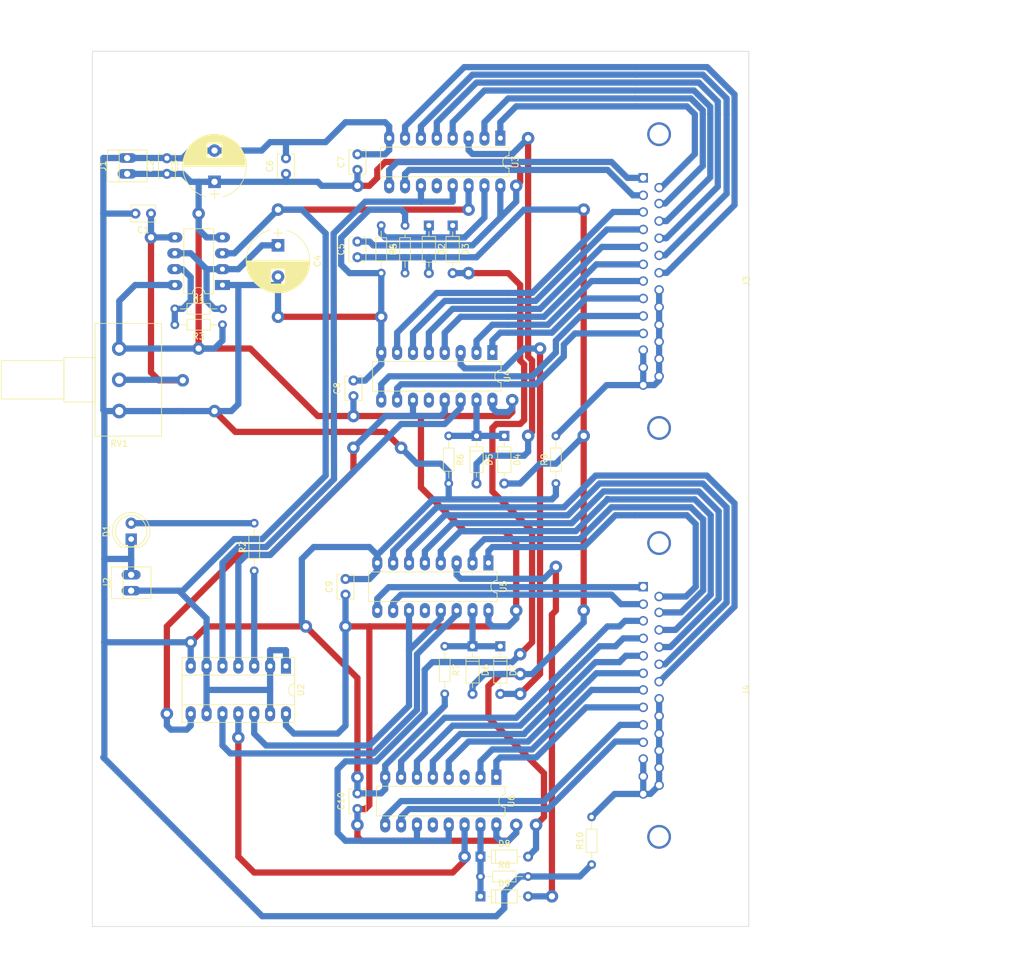
<source format=kicad_pcb>
(kicad_pcb (version 4) (host pcbnew 4.0.7)
  (layers (0 F.Cu signal) (31 B.Cu signal) (34 B.Paste user) (35 F.Paste user) (36 B.SilkS user) (37 F.SilkS user) (38 B.Mask user) (39 F.Mask user) (44 Edge.Cuts user))
  (net 0 "")
  (net 1 "Net-(C1-Pad1)")
  (net 2 GND)
  (net 3 +9V)
  (net 4 "Net-(C4-Pad1)")
  (net 5 RAZ)
  (net 6 "Net-(D1-Pad2)")
  (net 7 "Net-(D2-Pad1)")
  (net 8 "Net-(D3-Pad2)")
  (net 9 "Net-(D4-Pad1)")
  (net 10 "Net-(D5-Pad2)")
  (net 11 "Net-(D6-Pad1)")
  (net 12 "Net-(D7-Pad2)")
  (net 13 "Net-(D8-Pad1)")
  (net 14 "Net-(D9-Pad2)")
  (net 15 Horloge)
  (net 16 "Net-(J3-Pad1)")
  (net 17 "Net-(J3-Pad2)")
  (net 18 "Net-(J3-Pad3)")
  (net 19 "Net-(J3-Pad4)")
  (net 20 "Net-(J3-Pad5)")
  (net 21 "Net-(J3-Pad6)")
  (net 22 "Net-(J3-Pad7)")
  (net 23 "Net-(J3-Pad8)")
  (net 24 "Net-(J3-Pad10)")
  (net 25 "Net-(J3-Pad14)")
  (net 26 "Net-(J3-Pad15)")
  (net 27 "Net-(J3-Pad16)")
  (net 28 "Net-(J3-Pad17)")
  (net 29 "Net-(J3-Pad18)")
  (net 30 "Net-(J3-Pad19)")
  (net 31 "Net-(J4-Pad1)")
  (net 32 "Net-(J4-Pad2)")
  (net 33 "Net-(J4-Pad3)")
  (net 34 "Net-(J4-Pad4)")
  (net 35 "Net-(J4-Pad5)")
  (net 36 "Net-(J4-Pad6)")
  (net 37 "Net-(J4-Pad7)")
  (net 38 "Net-(J4-Pad8)")
  (net 39 "Net-(R1-Pad1)")
  (net 40 "Net-(R2-Pad1)")
  (net 41 "Net-(U2-Pad8)")
  (net 42 "Net-(U2-Pad10)")
  (net 43 "Net-(U2-Pad4)")
  (net 44 "Net-(U2-Pad11)")
  (net 45 "Net-(U2-Pad5)")
  (net 46 "Net-(U2-Pad12)")
  (net 47 "Net-(J3-Pad9)")
  (net 48 "Net-(J3-Pad11)")
  (net 49 "Net-(J4-Pad9)")
  (net 50 "Net-(J4-Pad10)")
  (net 51 "Net-(J4-Pad11)")
  (net 52 "Net-(J4-Pad14)")
  (net 53 "Net-(J4-Pad15)")
  (net 54 "Net-(J4-Pad16)")
  (net 55 "Net-(J4-Pad17)")
  (net 56 "Net-(J4-Pad18)")
  (net 57 "Net-(J4-Pad19)")
  (module Connectors:DB25FC (layer F.Cu) (at 118.11 55.245 270)
    (fp_text reference J3 (at 16.51 -16.51 270) (layer F.SilkS))
    (fp_text value DB25_Female_MountingHoles)
    (pad "" thru_hole circle (at 40.01 -2.54 270) (size 3.81 3.81) (drill 3.05) (layers *.Cu *.Mask))
    (pad "" thru_hole circle (at -6.98 -2.54 270) (size 3.81 3.81) (drill 3.05) (layers *.Cu *.Mask))
    (pad 1 thru_hole rect (at 0 0 270) (size 1.52 1.52) (drill 1.02) (layers *.Cu *.Mask) (net 16 "Net-(J3-Pad1)"))
    (pad 2 thru_hole circle (at 2.79 0 270) (size 1.52 1.52) (drill 1.02) (layers *.Cu *.Mask) (net 17 "Net-(J3-Pad2)"))
    (pad 3 thru_hole circle (at 5.46 0 270) (size 1.52 1.52) (drill 1.02) (layers *.Cu *.Mask) (net 18 "Net-(J3-Pad3)"))
    (pad 4 thru_hole circle (at 8.26 0 270) (size 1.52 1.52) (drill 1.02) (layers *.Cu *.Mask) (net 19 "Net-(J3-Pad4)"))
    (pad 5 thru_hole circle (at 11.05 0 270) (size 1.52 1.52) (drill 1.02) (layers *.Cu *.Mask) (net 20 "Net-(J3-Pad5)"))
    (pad 6 thru_hole circle (at 13.84 0 270) (size 1.52 1.52) (drill 1.02) (layers *.Cu *.Mask) (net 21 "Net-(J3-Pad6)"))
    (pad 7 thru_hole circle (at 16.51 0 270) (size 1.52 1.52) (drill 1.02) (layers *.Cu *.Mask) (net 22 "Net-(J3-Pad7)"))
    (pad 8 thru_hole circle (at 19.3 0 270) (size 1.52 1.52) (drill 1.02) (layers *.Cu *.Mask) (net 23 "Net-(J3-Pad8)"))
    (pad 9 thru_hole circle (at 22.1 0 270) (size 1.52 1.52) (drill 1.02) (layers *.Cu *.Mask) (net 47 "Net-(J3-Pad9)"))
    (pad 10 thru_hole circle (at 24.89 0 270) (size 1.52 1.52) (drill 1.02) (layers *.Cu *.Mask) (net 24 "Net-(J3-Pad10)"))
    (pad 11 thru_hole circle (at 27.56 0 270) (size 1.52 1.52) (drill 1.02) (layers *.Cu *.Mask) (net 48 "Net-(J3-Pad11)"))
    (pad 12 thru_hole circle (at 30.35 0 270) (size 1.52 1.52) (drill 1.02) (layers *.Cu *.Mask) (net 48 "Net-(J3-Pad11)"))
    (pad 13 thru_hole circle (at 33.15 0 270) (size 1.52 1.52) (drill 1.02) (layers *.Cu *.Mask) (net 48 "Net-(J3-Pad11)"))
    (pad 14 thru_hole circle (at 1.57 -2.54 270) (size 1.52 1.52) (drill 1.02) (layers *.Cu *.Mask) (net 25 "Net-(J3-Pad14)"))
    (pad 15 thru_hole circle (at 4.11 -2.54 270) (size 1.52 1.52) (drill 1.02) (layers *.Cu *.Mask) (net 26 "Net-(J3-Pad15)"))
    (pad 16 thru_hole circle (at 6.91 -2.54 270) (size 1.52 1.52) (drill 1.02) (layers *.Cu *.Mask) (net 27 "Net-(J3-Pad16)"))
    (pad 17 thru_hole circle (at 9.65 -2.54 270) (size 1.52 1.52) (drill 1.02) (layers *.Cu *.Mask) (net 28 "Net-(J3-Pad17)"))
    (pad 18 thru_hole circle (at 12.4 -2.54 270) (size 1.52 1.52) (drill 1.02) (layers *.Cu *.Mask) (net 29 "Net-(J3-Pad18)"))
    (pad 19 thru_hole circle (at 15.19 -2.54 270) (size 1.52 1.52) (drill 1.02) (layers *.Cu *.Mask) (net 30 "Net-(J3-Pad19)"))
    (pad 20 thru_hole circle (at 17.93 -2.54 270) (size 1.52 1.52) (drill 1.02) (layers *.Cu *.Mask) (net 48 "Net-(J3-Pad11)"))
    (pad 21 thru_hole circle (at 20.68 -2.54 270) (size 1.52 1.52) (drill 1.02) (layers *.Cu *.Mask) (net 48 "Net-(J3-Pad11)"))
    (pad 22 thru_hole circle (at 23.52 -2.54 270) (size 1.52 1.52) (drill 1.02) (layers *.Cu *.Mask) (net 48 "Net-(J3-Pad11)"))
    (pad 23 thru_hole circle (at 26.21 -2.54 270) (size 1.52 1.52) (drill 1.02) (layers *.Cu *.Mask) (net 48 "Net-(J3-Pad11)"))
    (pad 24 thru_hole circle (at 28.96 -2.54 270) (size 1.52 1.52) (drill 1.02) (layers *.Cu *.Mask) (net 48 "Net-(J3-Pad11)"))
    (pad 25 thru_hole circle (at 31.75 -2.54 270) (size 1.52 1.52) (drill 1.02) (layers *.Cu *.Mask) (net 48 "Net-(J3-Pad11)"))
  )
  (module Housings_DIP:DIP-14_W7.62mm_Socket_LongPads (layer F.Cu) (at 60.96 133.35 270)
    (fp_text reference U2 (at 3.81 -2.39 270) (layer F.SilkS))
    (fp_text value 4081)
    (pad 1 thru_hole rect (at 0 0 270) (size 2.4 1.6) (drill 0.8) (layers *.Cu *.Mask) (net 15 Horloge))
    (pad 8 thru_hole oval (at 7.62 15.24 270) (size 2.4 1.6) (drill 0.8) (layers *.Cu *.Mask) (net 41 "Net-(U2-Pad8)"))
    (pad 2 thru_hole oval (at 0 2.54 270) (size 2.4 1.6) (drill 0.8) (layers *.Cu *.Mask) (net 15 Horloge))
    (pad 9 thru_hole oval (at 7.62 12.7 270) (size 2.4 1.6) (drill 0.8) (layers *.Cu *.Mask) (net 15 Horloge))
    (pad 3 thru_hole oval (at 0 5.08 270) (size 2.4 1.6) (drill 0.8) (layers *.Cu *.Mask) (net 40 "Net-(R2-Pad1)"))
    (pad 10 thru_hole oval (at 7.62 10.16 270) (size 2.4 1.6) (drill 0.8) (layers *.Cu *.Mask) (net 42 "Net-(U2-Pad10)"))
    (pad 4 thru_hole oval (at 0 7.62 270) (size 2.4 1.6) (drill 0.8) (layers *.Cu *.Mask) (net 43 "Net-(U2-Pad4)"))
    (pad 11 thru_hole oval (at 7.62 7.62 270) (size 2.4 1.6) (drill 0.8) (layers *.Cu *.Mask) (net 44 "Net-(U2-Pad11)"))
    (pad 5 thru_hole oval (at 0 10.16 270) (size 2.4 1.6) (drill 0.8) (layers *.Cu *.Mask) (net 45 "Net-(U2-Pad5)"))
    (pad 12 thru_hole oval (at 7.62 5.08 270) (size 2.4 1.6) (drill 0.8) (layers *.Cu *.Mask) (net 46 "Net-(U2-Pad12)"))
    (pad 6 thru_hole oval (at 0 12.7 270) (size 2.4 1.6) (drill 0.8) (layers *.Cu *.Mask) (net 15 Horloge))
    (pad 13 thru_hole oval (at 7.62 2.54 270) (size 2.4 1.6) (drill 0.8) (layers *.Cu *.Mask) (net 15 Horloge))
    (pad 7 thru_hole oval (at 0 15.24 270) (size 2.4 1.6) (drill 0.8) (layers *.Cu *.Mask) (net 2 GND))
    (pad 14 thru_hole oval (at 7.62 0 270) (size 2.4 1.6) (drill 0.8) (layers *.Cu *.Mask) (net 3 +9V))
  )
  (module Capacitors_THT:C_Disc_D3.8mm_W2.6mm_P2.50mm (layer F.Cu) (at 39.37 60.96 180)
    (fp_text reference C1 (at 1.25 -2.61 180) (layer F.SilkS))
    (fp_text value "100 nF")
    (pad 1 thru_hole circle (at 0 0 180) (size 1.6 1.6) (drill 0.8) (layers *.Cu *.Mask) (net 1 "Net-(C1-Pad1)"))
    (pad 2 thru_hole circle (at 2.5 0 180) (size 1.6 1.6) (drill 0.8) (layers *.Cu *.Mask) (net 2 GND))
  )
  (module Capacitors_THT:C_Disc_D3.8mm_W2.6mm_P2.50mm (layer F.Cu) (at 41.91 54.61 90)
    (fp_text reference C2 (at 1.25 -2.61 90) (layer F.SilkS))
    (fp_text value "100 nF")
    (pad 1 thru_hole circle (at 0 0 90) (size 1.6 1.6) (drill 0.8) (layers *.Cu *.Mask) (net 3 +9V))
    (pad 2 thru_hole circle (at 2.5 0 90) (size 1.6 1.6) (drill 0.8) (layers *.Cu *.Mask) (net 2 GND))
  )
  (module Capacitors_THT:CP_Radial_D10.0mm_P5.00mm (layer F.Cu) (at 49.53 55.88 90)
    (fp_text reference C3 (at 2.5 -6.31 90) (layer F.SilkS))
    (fp_text value "100 µF / 25 V")
    (pad 1 thru_hole rect (at 0 0 90) (size 2 2) (drill 1) (layers *.Cu *.Mask) (net 3 +9V))
    (pad 2 thru_hole circle (at 5 0 90) (size 2 2) (drill 1) (layers *.Cu *.Mask) (net 2 GND))
  )
  (module Capacitors_THT:CP_Radial_D10.0mm_P5.00mm (layer F.Cu) (at 59.69 66.04 270)
    (fp_text reference C4 (at 2.5 -6.31 270) (layer F.SilkS))
    (fp_text value "100 µF / 25 V")
    (pad 1 thru_hole rect (at 0 0 270) (size 2 2) (drill 1) (layers *.Cu *.Mask) (net 4 "Net-(C4-Pad1)"))
    (pad 2 thru_hole circle (at 5 0 270) (size 2 2) (drill 1) (layers *.Cu *.Mask) (net 2 GND))
  )
  (module Capacitors_THT:C_Disc_D3.8mm_W2.6mm_P2.50mm (layer F.Cu) (at 72.39 67.945 90)
    (fp_text reference C5 (at 1.25 -2.61 90) (layer F.SilkS))
    (fp_text value "100 nF")
    (pad 1 thru_hole circle (at 0 0 90) (size 1.6 1.6) (drill 0.8) (layers *.Cu *.Mask) (net 5 RAZ))
    (pad 2 thru_hole circle (at 2.5 0 90) (size 1.6 1.6) (drill 0.8) (layers *.Cu *.Mask) (net 3 +9V))
  )
  (module Capacitors_THT:C_Disc_D3.8mm_W2.6mm_P2.50mm (layer F.Cu) (at 60.96 54.61 90)
    (fp_text reference C6 (at 1.25 -2.61 90) (layer F.SilkS))
    (fp_text value "100 nF")
    (pad 1 thru_hole circle (at 0 0 90) (size 1.6 1.6) (drill 0.8) (layers *.Cu *.Mask) (net 3 +9V))
    (pad 2 thru_hole circle (at 2.5 0 90) (size 1.6 1.6) (drill 0.8) (layers *.Cu *.Mask) (net 2 GND))
  )
  (module Capacitors_THT:C_Disc_D3.8mm_W2.6mm_P2.50mm (layer F.Cu) (at 72.39 53.975 90)
    (fp_text reference C7 (at 1.25 -2.61 90) (layer F.SilkS))
    (fp_text value "100 nF")
    (pad 1 thru_hole circle (at 0 0 90) (size 1.6 1.6) (drill 0.8) (layers *.Cu *.Mask) (net 3 +9V))
    (pad 2 thru_hole circle (at 2.5 0 90) (size 1.6 1.6) (drill 0.8) (layers *.Cu *.Mask) (net 2 GND))
  )
  (module Capacitors_THT:C_Disc_D3.8mm_W2.6mm_P2.50mm (layer F.Cu) (at 71.755 90.17 90)
    (fp_text reference C8 (at 1.25 -2.61 90) (layer F.SilkS))
    (fp_text value "100 nF")
    (pad 1 thru_hole circle (at 0 0 90) (size 1.6 1.6) (drill 0.8) (layers *.Cu *.Mask) (net 3 +9V))
    (pad 2 thru_hole circle (at 2.5 0 90) (size 1.6 1.6) (drill 0.8) (layers *.Cu *.Mask) (net 2 GND))
  )
  (module Capacitors_THT:C_Disc_D3.8mm_W2.6mm_P2.50mm (layer F.Cu) (at 70.485 121.92 90)
    (fp_text reference C9 (at 1.25 -2.61 90) (layer F.SilkS))
    (fp_text value "100 nF")
    (pad 1 thru_hole circle (at 0 0 90) (size 1.6 1.6) (drill 0.8) (layers *.Cu *.Mask) (net 3 +9V))
    (pad 2 thru_hole circle (at 2.5 0 90) (size 1.6 1.6) (drill 0.8) (layers *.Cu *.Mask) (net 2 GND))
  )
  (module Capacitors_THT:C_Disc_D3.8mm_W2.6mm_P2.50mm (layer F.Cu) (at 72.39 156.21 90)
    (fp_text reference C10 (at 1.25 -2.61 90) (layer F.SilkS))
    (fp_text value "100 nF")
    (pad 1 thru_hole circle (at 0 0 90) (size 1.6 1.6) (drill 0.8) (layers *.Cu *.Mask) (net 3 +9V))
    (pad 2 thru_hole circle (at 2.5 0 90) (size 1.6 1.6) (drill 0.8) (layers *.Cu *.Mask) (net 2 GND))
  )
  (module LEDs:LED_D5.0mm (layer F.Cu) (at 36.195 113.03 90)
    (fp_text reference D1 (at 1.27 -3.96 90) (layer F.SilkS))
    (fp_text value LED)
    (pad 1 thru_hole rect (at 0 0 90) (size 1.8 1.8) (drill 0.9) (layers *.Cu *.Mask) (net 2 GND))
    (pad 2 thru_hole circle (at 2.54 0 90) (size 1.8 1.8) (drill 0.9) (layers *.Cu *.Mask) (net 6 "Net-(D1-Pad2)"))
  )
  (module Diodes_THT:D_DO-35_SOD27_P7.62mm_Horizontal (layer F.Cu) (at 83.82 62.865 270)
    (fp_text reference D2 (at 3.81 -2.06 270) (layer F.SilkS))
    (fp_text value 1N4148)
    (pad 1 thru_hole rect (at 0 0 270) (size 1.6 1.6) (drill 0.8) (layers *.Cu *.Mask) (net 7 "Net-(D2-Pad1)"))
    (pad 2 thru_hole oval (at 7.62 0 270) (size 1.6 1.6) (drill 0.8) (layers *.Cu *.Mask) (net 5 RAZ))
  )
  (module Diodes_THT:D_DO-35_SOD27_P7.62mm_Horizontal (layer F.Cu) (at 87.63 62.865 270)
    (fp_text reference D3 (at 3.81 -2.06 270) (layer F.SilkS))
    (fp_text value 1N4148)
    (pad 1 thru_hole rect (at 0 0 270) (size 1.6 1.6) (drill 0.8) (layers *.Cu *.Mask) (net 7 "Net-(D2-Pad1)"))
    (pad 2 thru_hole oval (at 7.62 0 270) (size 1.6 1.6) (drill 0.8) (layers *.Cu *.Mask) (net 8 "Net-(D3-Pad2)"))
  )
  (module Diodes_THT:D_DO-35_SOD27_P7.62mm_Horizontal (layer F.Cu) (at 95.885 96.52 270)
    (fp_text reference D4 (at 3.81 -2.06 270) (layer F.SilkS))
    (fp_text value 1N4148)
    (pad 1 thru_hole rect (at 0 0 270) (size 1.6 1.6) (drill 0.8) (layers *.Cu *.Mask) (net 9 "Net-(D4-Pad1)"))
    (pad 2 thru_hole oval (at 7.62 0 270) (size 1.6 1.6) (drill 0.8) (layers *.Cu *.Mask) (net 5 RAZ))
  )
  (module Diodes_THT:D_DO-35_SOD27_P7.62mm_Horizontal (layer F.Cu) (at 91.44 96.52 270)
    (fp_text reference D5 (at 3.81 -2.06 270) (layer F.SilkS))
    (fp_text value 1N4148)
    (pad 1 thru_hole rect (at 0 0 270) (size 1.6 1.6) (drill 0.8) (layers *.Cu *.Mask) (net 9 "Net-(D4-Pad1)"))
    (pad 2 thru_hole oval (at 7.62 0 270) (size 1.6 1.6) (drill 0.8) (layers *.Cu *.Mask) (net 10 "Net-(D5-Pad2)"))
  )
  (module Diodes_THT:D_DO-35_SOD27_P7.62mm_Horizontal (layer F.Cu) (at 90.805 130.175 270)
    (fp_text reference D6 (at 3.81 -2.06 270) (layer F.SilkS))
    (fp_text value 1N4148)
    (pad 1 thru_hole rect (at 0 0 270) (size 1.6 1.6) (drill 0.8) (layers *.Cu *.Mask) (net 11 "Net-(D6-Pad1)"))
    (pad 2 thru_hole oval (at 7.62 0 270) (size 1.6 1.6) (drill 0.8) (layers *.Cu *.Mask) (net 5 RAZ))
  )
  (module Diodes_THT:D_DO-35_SOD27_P7.62mm_Horizontal (layer F.Cu) (at 95.25 130.175 270)
    (fp_text reference D7 (at 3.81 -2.06 270) (layer F.SilkS))
    (fp_text value 1N4148)
    (pad 1 thru_hole rect (at 0 0 270) (size 1.6 1.6) (drill 0.8) (layers *.Cu *.Mask) (net 11 "Net-(D6-Pad1)"))
    (pad 2 thru_hole oval (at 7.62 0 270) (size 1.6 1.6) (drill 0.8) (layers *.Cu *.Mask) (net 12 "Net-(D7-Pad2)"))
  )
  (module Diodes_THT:D_DO-35_SOD27_P7.62mm_Horizontal (layer F.Cu) (at 92.075 163.83)
    (fp_text reference D8 (at 3.81 -2.06) (layer F.SilkS))
    (fp_text value 1N4148)
    (pad 1 thru_hole rect (at 0 0) (size 1.6 1.6) (drill 0.8) (layers *.Cu *.Mask) (net 13 "Net-(D8-Pad1)"))
    (pad 2 thru_hole oval (at 7.62 0) (size 1.6 1.6) (drill 0.8) (layers *.Cu *.Mask) (net 5 RAZ))
  )
  (module Diodes_THT:D_DO-35_SOD27_P7.62mm_Horizontal (layer F.Cu) (at 92.075 170.18)
    (fp_text reference D9 (at 3.81 -2.06) (layer F.SilkS))
    (fp_text value 1N4148)
    (pad 1 thru_hole rect (at 0 0) (size 1.6 1.6) (drill 0.8) (layers *.Cu *.Mask) (net 13 "Net-(D8-Pad1)"))
    (pad 2 thru_hole oval (at 7.62 0) (size 1.6 1.6) (drill 0.8) (layers *.Cu *.Mask) (net 14 "Net-(D9-Pad2)"))
  )
  (module Connectors:PINHEAD1-2 (layer F.Cu) (at 35.56 54.61 90)
    (fp_text reference J1 (at 1.27 -3.9 90) (layer F.SilkS))
    (fp_text value Conn_01x02)
    (pad 1 thru_hole oval (at 0 0 90) (size 1.51 3.01) (drill 1) (layers *.Cu *.Mask) (net 3 +9V))
    (pad 2 thru_hole oval (at 2.54 0 90) (size 1.51 3.01) (drill 1) (layers *.Cu *.Mask) (net 2 GND))
  )
  (module Connectors:PINHEAD1-2 (layer F.Cu) (at 36.195 121.285 90)
    (fp_text reference J2 (at 1.27 -3.9 90) (layer F.SilkS))
    (fp_text value Conn_01x02)
    (pad 1 thru_hole oval (at 0 0 90) (size 1.51 3.01) (drill 1) (layers *.Cu *.Mask) (net 15 Horloge))
    (pad 2 thru_hole oval (at 2.54 0 90) (size 1.51 3.01) (drill 1) (layers *.Cu *.Mask) (net 2 GND))
  )
  (module Connectors:DB25FC (layer F.Cu) (at 118.11 120.65 270)
    (fp_text reference J4 (at 16.51 -16.51 270) (layer F.SilkS))
    (fp_text value DB25_Female_MountingHoles)
    (pad "" thru_hole circle (at 40.01 -2.54 270) (size 3.81 3.81) (drill 3.05) (layers *.Cu *.Mask))
    (pad "" thru_hole circle (at -6.98 -2.54 270) (size 3.81 3.81) (drill 3.05) (layers *.Cu *.Mask))
    (pad 1 thru_hole rect (at 0 0 270) (size 1.52 1.52) (drill 1.02) (layers *.Cu *.Mask) (net 31 "Net-(J4-Pad1)"))
    (pad 2 thru_hole circle (at 2.79 0 270) (size 1.52 1.52) (drill 1.02) (layers *.Cu *.Mask) (net 32 "Net-(J4-Pad2)"))
    (pad 3 thru_hole circle (at 5.46 0 270) (size 1.52 1.52) (drill 1.02) (layers *.Cu *.Mask) (net 33 "Net-(J4-Pad3)"))
    (pad 4 thru_hole circle (at 8.26 0 270) (size 1.52 1.52) (drill 1.02) (layers *.Cu *.Mask) (net 34 "Net-(J4-Pad4)"))
    (pad 5 thru_hole circle (at 11.05 0 270) (size 1.52 1.52) (drill 1.02) (layers *.Cu *.Mask) (net 35 "Net-(J4-Pad5)"))
    (pad 6 thru_hole circle (at 13.84 0 270) (size 1.52 1.52) (drill 1.02) (layers *.Cu *.Mask) (net 36 "Net-(J4-Pad6)"))
    (pad 7 thru_hole circle (at 16.51 0 270) (size 1.52 1.52) (drill 1.02) (layers *.Cu *.Mask) (net 37 "Net-(J4-Pad7)"))
    (pad 8 thru_hole circle (at 19.3 0 270) (size 1.52 1.52) (drill 1.02) (layers *.Cu *.Mask) (net 38 "Net-(J4-Pad8)"))
    (pad 9 thru_hole circle (at 22.1 0 270) (size 1.52 1.52) (drill 1.02) (layers *.Cu *.Mask) (net 49 "Net-(J4-Pad9)"))
    (pad 10 thru_hole circle (at 24.89 0 270) (size 1.52 1.52) (drill 1.02) (layers *.Cu *.Mask) (net 50 "Net-(J4-Pad10)"))
    (pad 11 thru_hole circle (at 27.56 0 270) (size 1.52 1.52) (drill 1.02) (layers *.Cu *.Mask) (net 51 "Net-(J4-Pad11)"))
    (pad 12 thru_hole circle (at 30.35 0 270) (size 1.52 1.52) (drill 1.02) (layers *.Cu *.Mask) (net 51 "Net-(J4-Pad11)"))
    (pad 13 thru_hole circle (at 33.15 0 270) (size 1.52 1.52) (drill 1.02) (layers *.Cu *.Mask) (net 51 "Net-(J4-Pad11)"))
    (pad 14 thru_hole circle (at 1.57 -2.54 270) (size 1.52 1.52) (drill 1.02) (layers *.Cu *.Mask) (net 52 "Net-(J4-Pad14)"))
    (pad 15 thru_hole circle (at 4.11 -2.54 270) (size 1.52 1.52) (drill 1.02) (layers *.Cu *.Mask) (net 53 "Net-(J4-Pad15)"))
    (pad 16 thru_hole circle (at 6.91 -2.54 270) (size 1.52 1.52) (drill 1.02) (layers *.Cu *.Mask) (net 54 "Net-(J4-Pad16)"))
    (pad 17 thru_hole circle (at 9.65 -2.54 270) (size 1.52 1.52) (drill 1.02) (layers *.Cu *.Mask) (net 55 "Net-(J4-Pad17)"))
    (pad 18 thru_hole circle (at 12.4 -2.54 270) (size 1.52 1.52) (drill 1.02) (layers *.Cu *.Mask) (net 56 "Net-(J4-Pad18)"))
    (pad 19 thru_hole circle (at 15.19 -2.54 270) (size 1.52 1.52) (drill 1.02) (layers *.Cu *.Mask) (net 57 "Net-(J4-Pad19)"))
    (pad 20 thru_hole circle (at 17.93 -2.54 270) (size 1.52 1.52) (drill 1.02) (layers *.Cu *.Mask) (net 51 "Net-(J4-Pad11)"))
    (pad 21 thru_hole circle (at 20.68 -2.54 270) (size 1.52 1.52) (drill 1.02) (layers *.Cu *.Mask) (net 51 "Net-(J4-Pad11)"))
    (pad 22 thru_hole circle (at 23.52 -2.54 270) (size 1.52 1.52) (drill 1.02) (layers *.Cu *.Mask) (net 51 "Net-(J4-Pad11)"))
    (pad 23 thru_hole circle (at 26.21 -2.54 270) (size 1.52 1.52) (drill 1.02) (layers *.Cu *.Mask) (net 51 "Net-(J4-Pad11)"))
    (pad 24 thru_hole circle (at 28.96 -2.54 270) (size 1.52 1.52) (drill 1.02) (layers *.Cu *.Mask) (net 51 "Net-(J4-Pad11)"))
    (pad 25 thru_hole circle (at 31.75 -2.54 270) (size 1.52 1.52) (drill 1.02) (layers *.Cu *.Mask) (net 51 "Net-(J4-Pad11)"))
  )
  (module Resistors_THT:R_Axial_DIN0204_L3.6mm_D1.6mm_P7.62mm_Horizontal (layer F.Cu) (at 43.18 76.2)
    (fp_text reference R1 (at 3.81 -1.86) (layer F.SilkS))
    (fp_text value "10 K")
    (pad 1 thru_hole circle (at 0 0) (size 1.4 1.4) (drill 0.7) (layers *.Cu *.Mask) (net 39 "Net-(R1-Pad1)"))
    (pad 2 thru_hole oval (at 7.62 0) (size 1.4 1.4) (drill 0.7) (layers *.Cu *.Mask) (net 4 "Net-(C4-Pad1)"))
  )
  (module Resistors_THT:R_Axial_DIN0204_L3.6mm_D1.6mm_P7.62mm_Horizontal (layer F.Cu) (at 55.88 118.11 90)
    (fp_text reference R2 (at 3.81 -1.86 90) (layer F.SilkS))
    (fp_text value 470)
    (pad 1 thru_hole circle (at 0 0 90) (size 1.4 1.4) (drill 0.7) (layers *.Cu *.Mask) (net 40 "Net-(R2-Pad1)"))
    (pad 2 thru_hole oval (at 7.62 0 90) (size 1.4 1.4) (drill 0.7) (layers *.Cu *.Mask) (net 6 "Net-(D1-Pad2)"))
  )
  (module Resistors_THT:R_Axial_DIN0204_L3.6mm_D1.6mm_P7.62mm_Horizontal (layer F.Cu) (at 50.8 78.74 180)
    (fp_text reference R3 (at 3.81 -1.86 180) (layer F.SilkS))
    (fp_text value "6.8 K")
    (pad 1 thru_hole circle (at 0 0 180) (size 1.4 1.4) (drill 0.7) (layers *.Cu *.Mask) (net 3 +9V))
    (pad 2 thru_hole oval (at 7.62 0 180) (size 1.4 1.4) (drill 0.7) (layers *.Cu *.Mask) (net 39 "Net-(R1-Pad1)"))
  )
  (module Resistors_THT:R_Axial_DIN0204_L3.6mm_D1.6mm_P7.62mm_Horizontal (layer F.Cu) (at 76.2 62.865 270)
    (fp_text reference R4 (at 3.81 -1.86 270) (layer F.SilkS))
    (fp_text value "100 K")
    (pad 1 thru_hole circle (at 0 0 270) (size 1.4 1.4) (drill 0.7) (layers *.Cu *.Mask) (net 7 "Net-(D2-Pad1)"))
    (pad 2 thru_hole oval (at 7.62 0 270) (size 1.4 1.4) (drill 0.7) (layers *.Cu *.Mask) (net 2 GND))
  )
  (module Resistors_THT:R_Axial_DIN0204_L3.6mm_D1.6mm_P7.62mm_Horizontal (layer F.Cu) (at 80.01 70.485 90)
    (fp_text reference R5 (at 3.81 -1.86 90) (layer F.SilkS))
    (fp_text value "100 K")
    (pad 1 thru_hole circle (at 0 0 90) (size 1.4 1.4) (drill 0.7) (layers *.Cu *.Mask) (net 5 RAZ))
    (pad 2 thru_hole oval (at 7.62 0 90) (size 1.4 1.4) (drill 0.7) (layers *.Cu *.Mask) (net 2 GND))
  )
  (module Resistors_THT:R_Axial_DIN0204_L3.6mm_D1.6mm_P7.62mm_Horizontal (layer F.Cu) (at 86.995 96.52 270)
    (fp_text reference R6 (at 3.81 -1.86 270) (layer F.SilkS))
    (fp_text value "100 K")
    (pad 1 thru_hole circle (at 0 0 270) (size 1.4 1.4) (drill 0.7) (layers *.Cu *.Mask) (net 9 "Net-(D4-Pad1)"))
    (pad 2 thru_hole oval (at 7.62 0 270) (size 1.4 1.4) (drill 0.7) (layers *.Cu *.Mask) (net 2 GND))
  )
  (module Resistors_THT:R_Axial_DIN0204_L3.6mm_D1.6mm_P7.62mm_Horizontal (layer F.Cu) (at 86.36 130.175 270)
    (fp_text reference R7 (at 3.81 -1.86 270) (layer F.SilkS))
    (fp_text value "100 K")
    (pad 1 thru_hole circle (at 0 0 270) (size 1.4 1.4) (drill 0.7) (layers *.Cu *.Mask) (net 11 "Net-(D6-Pad1)"))
    (pad 2 thru_hole oval (at 7.62 0 270) (size 1.4 1.4) (drill 0.7) (layers *.Cu *.Mask) (net 2 GND))
  )
  (module Resistors_THT:R_Axial_DIN0204_L3.6mm_D1.6mm_P7.62mm_Horizontal (layer F.Cu) (at 92.075 167.005)
    (fp_text reference R8 (at 3.81 -1.86) (layer F.SilkS))
    (fp_text value "100 K")
    (pad 1 thru_hole circle (at 0 0) (size 1.4 1.4) (drill 0.7) (layers *.Cu *.Mask) (net 13 "Net-(D8-Pad1)"))
    (pad 2 thru_hole oval (at 7.62 0) (size 1.4 1.4) (drill 0.7) (layers *.Cu *.Mask) (net 2 GND))
  )
  (module Resistors_THT:R_Axial_DIN0204_L3.6mm_D1.6mm_P7.62mm_Horizontal (layer F.Cu) (at 104.14 104.14 90)
    (fp_text reference R9 (at 3.81 -1.86 90) (layer F.SilkS))
    (fp_text value 470)
    (pad 1 thru_hole circle (at 0 0 90) (size 1.4 1.4) (drill 0.7) (layers *.Cu *.Mask) (net 2 GND))
    (pad 2 thru_hole oval (at 7.62 0 90) (size 1.4 1.4) (drill 0.7) (layers *.Cu *.Mask) (net 48 "Net-(J3-Pad11)"))
  )
  (module Resistors_THT:R_Axial_DIN0204_L3.6mm_D1.6mm_P7.62mm_Horizontal (layer F.Cu) (at 109.855 165.1 90)
    (fp_text reference R10 (at 3.81 -1.86 90) (layer F.SilkS))
    (fp_text value 470)
    (pad 1 thru_hole circle (at 0 0 90) (size 1.4 1.4) (drill 0.7) (layers *.Cu *.Mask) (net 2 GND))
    (pad 2 thru_hole oval (at 7.62 0 90) (size 1.4 1.4) (drill 0.7) (layers *.Cu *.Mask) (net 51 "Net-(J4-Pad11)"))
  )
  (module Potentiometers:Potentiometer_Alps_RK163_Single_Vertical (layer F.Cu) (at 34.29 82.55 180)
    (fp_text reference RV1 (at 0 -15.2 180) (layer F.SilkS))
    (fp_text value "100 K")
    (pad 3 thru_hole circle (at 0 -10 180) (size 2.34 2.34) (drill 1.3) (layers *.Cu *.Mask) (net 2 GND))
    (pad 2 thru_hole circle (at 0 -5 180) (size 2.34 2.34) (drill 1.3) (layers *.Cu *.Mask) (net 1 "Net-(C1-Pad1)"))
    (pad 1 thru_hole circle (at 0 0 180) (size 2.34 2.34) (drill 1.3) (layers *.Cu *.Mask) (net 3 +9V))
  )
  (module Housings_DIP:DIP-8_W7.62mm_LongPads (layer F.Cu) (at 50.8 72.39 180)
    (fp_text reference U1 (at 3.81 -2.39 180) (layer F.SilkS))
    (fp_text value NE555)
    (pad 1 thru_hole rect (at 0 0 180) (size 2.4 1.6) (drill 0.8) (layers *.Cu *.Mask) (net 2 GND))
    (pad 5 thru_hole oval (at 7.62 7.62 180) (size 2.4 1.6) (drill 0.8) (layers *.Cu *.Mask) (net 1 "Net-(C1-Pad1)"))
    (pad 2 thru_hole oval (at 0 2.54 180) (size 2.4 1.6) (drill 0.8) (layers *.Cu *.Mask) (net 4 "Net-(C4-Pad1)"))
    (pad 6 thru_hole oval (at 7.62 5.08 180) (size 2.4 1.6) (drill 0.8) (layers *.Cu *.Mask) (net 4 "Net-(C4-Pad1)"))
    (pad 3 thru_hole oval (at 0 5.08 180) (size 2.4 1.6) (drill 0.8) (layers *.Cu *.Mask) (net 15 Horloge))
    (pad 7 thru_hole oval (at 7.62 2.54 180) (size 2.4 1.6) (drill 0.8) (layers *.Cu *.Mask) (net 39 "Net-(R1-Pad1)"))
    (pad 4 thru_hole oval (at 0 7.62 180) (size 2.4 1.6) (drill 0.8) (layers *.Cu *.Mask) (net 3 +9V))
    (pad 8 thru_hole oval (at 7.62 0 180) (size 2.4 1.6) (drill 0.8) (layers *.Cu *.Mask) (net 3 +9V))
  )
  (module Housings_DIP:DIP-16_W7.62mm_LongPads (layer F.Cu) (at 95.25 48.895 270)
    (fp_text reference U3 (at 3.81 -2.39 270) (layer F.SilkS))
    (fp_text value 4017)
    (pad 1 thru_hole rect (at 0 0 270) (size 2.4 1.6) (drill 0.8) (layers *.Cu *.Mask) (net 25 "Net-(J3-Pad14)"))
    (pad 9 thru_hole oval (at 7.62 17.78 270) (size 2.4 1.6) (drill 0.8) (layers *.Cu *.Mask) (net 16 "Net-(J3-Pad1)"))
    (pad 2 thru_hole oval (at 0 2.54 270) (size 2.4 1.6) (drill 0.8) (layers *.Cu *.Mask) (net 26 "Net-(J3-Pad15)"))
    (pad 10 thru_hole oval (at 7.62 15.24 270) (size 2.4 1.6) (drill 0.8) (layers *.Cu *.Mask) (net 17 "Net-(J3-Pad2)"))
    (pad 3 thru_hole oval (at 0 5.08 270) (size 2.4 1.6) (drill 0.8) (layers *.Cu *.Mask) (net 10 "Net-(D5-Pad2)"))
    (pad 11 thru_hole oval (at 7.62 12.7 270) (size 2.4 1.6) (drill 0.8) (layers *.Cu *.Mask) (net 45 "Net-(U2-Pad5)"))
    (pad 4 thru_hole oval (at 0 7.62 270) (size 2.4 1.6) (drill 0.8) (layers *.Cu *.Mask) (net 27 "Net-(J3-Pad16)"))
    (pad 12 thru_hole oval (at 7.62 10.16 270) (size 2.4 1.6) (drill 0.8) (layers *.Cu *.Mask))
    (pad 5 thru_hole oval (at 0 10.16 270) (size 2.4 1.6) (drill 0.8) (layers *.Cu *.Mask) (net 28 "Net-(J3-Pad17)"))
    (pad 13 thru_hole oval (at 7.62 7.62 270) (size 2.4 1.6) (drill 0.8) (layers *.Cu *.Mask) (net 45 "Net-(U2-Pad5)"))
    (pad 6 thru_hole oval (at 0 12.7 270) (size 2.4 1.6) (drill 0.8) (layers *.Cu *.Mask) (net 29 "Net-(J3-Pad18)"))
    (pad 14 thru_hole oval (at 7.62 5.08 270) (size 2.4 1.6) (drill 0.8) (layers *.Cu *.Mask) (net 15 Horloge))
    (pad 7 thru_hole oval (at 0 15.24 270) (size 2.4 1.6) (drill 0.8) (layers *.Cu *.Mask) (net 30 "Net-(J3-Pad19)"))
    (pad 15 thru_hole oval (at 7.62 2.54 270) (size 2.4 1.6) (drill 0.8) (layers *.Cu *.Mask) (net 7 "Net-(D2-Pad1)"))
    (pad 8 thru_hole oval (at 0 17.78 270) (size 2.4 1.6) (drill 0.8) (layers *.Cu *.Mask) (net 2 GND))
    (pad 16 thru_hole oval (at 7.62 0 270) (size 2.4 1.6) (drill 0.8) (layers *.Cu *.Mask) (net 3 +9V))
  )
  (module Housings_DIP:DIP-16_W7.62mm_LongPads (layer F.Cu) (at 93.98 83.185 270)
    (fp_text reference U4 (at 3.81 -2.39 270) (layer F.SilkS))
    (fp_text value 4017)
    (pad 1 thru_hole rect (at 0 0 270) (size 2.4 1.6) (drill 0.8) (layers *.Cu *.Mask) (net 23 "Net-(J3-Pad8)"))
    (pad 9 thru_hole oval (at 7.62 17.78 270) (size 2.4 1.6) (drill 0.8) (layers *.Cu *.Mask) (net 47 "Net-(J3-Pad9)"))
    (pad 2 thru_hole oval (at 0 2.54 270) (size 2.4 1.6) (drill 0.8) (layers *.Cu *.Mask) (net 22 "Net-(J3-Pad7)"))
    (pad 10 thru_hole oval (at 7.62 15.24 270) (size 2.4 1.6) (drill 0.8) (layers *.Cu *.Mask) (net 24 "Net-(J3-Pad10)"))
    (pad 3 thru_hole oval (at 0 5.08 270) (size 2.4 1.6) (drill 0.8) (layers *.Cu *.Mask) (net 12 "Net-(D7-Pad2)"))
    (pad 11 thru_hole oval (at 7.62 12.7 270) (size 2.4 1.6) (drill 0.8) (layers *.Cu *.Mask) (net 41 "Net-(U2-Pad8)"))
    (pad 4 thru_hole oval (at 0 7.62 270) (size 2.4 1.6) (drill 0.8) (layers *.Cu *.Mask) (net 21 "Net-(J3-Pad6)"))
    (pad 12 thru_hole oval (at 7.62 10.16 270) (size 2.4 1.6) (drill 0.8) (layers *.Cu *.Mask))
    (pad 5 thru_hole oval (at 0 10.16 270) (size 2.4 1.6) (drill 0.8) (layers *.Cu *.Mask) (net 20 "Net-(J3-Pad5)"))
    (pad 13 thru_hole oval (at 7.62 7.62 270) (size 2.4 1.6) (drill 0.8) (layers *.Cu *.Mask) (net 41 "Net-(U2-Pad8)"))
    (pad 6 thru_hole oval (at 0 12.7 270) (size 2.4 1.6) (drill 0.8) (layers *.Cu *.Mask) (net 19 "Net-(J3-Pad4)"))
    (pad 14 thru_hole oval (at 7.62 5.08 270) (size 2.4 1.6) (drill 0.8) (layers *.Cu *.Mask) (net 43 "Net-(U2-Pad4)"))
    (pad 7 thru_hole oval (at 0 15.24 270) (size 2.4 1.6) (drill 0.8) (layers *.Cu *.Mask) (net 18 "Net-(J3-Pad3)"))
    (pad 15 thru_hole oval (at 7.62 2.54 270) (size 2.4 1.6) (drill 0.8) (layers *.Cu *.Mask) (net 9 "Net-(D4-Pad1)"))
    (pad 8 thru_hole oval (at 0 17.78 270) (size 2.4 1.6) (drill 0.8) (layers *.Cu *.Mask) (net 2 GND))
    (pad 16 thru_hole oval (at 7.62 0 270) (size 2.4 1.6) (drill 0.8) (layers *.Cu *.Mask) (net 3 +9V))
  )
  (module Housings_DIP:DIP-16_W7.62mm_LongPads (layer F.Cu) (at 93.345 116.84 270)
    (fp_text reference U5 (at 3.81 -2.39 270) (layer F.SilkS))
    (fp_text value 4017)
    (pad 1 thru_hole rect (at 0 0 270) (size 2.4 1.6) (drill 0.8) (layers *.Cu *.Mask) (net 52 "Net-(J4-Pad14)"))
    (pad 9 thru_hole oval (at 7.62 17.78 270) (size 2.4 1.6) (drill 0.8) (layers *.Cu *.Mask) (net 31 "Net-(J4-Pad1)"))
    (pad 2 thru_hole oval (at 0 2.54 270) (size 2.4 1.6) (drill 0.8) (layers *.Cu *.Mask) (net 53 "Net-(J4-Pad15)"))
    (pad 10 thru_hole oval (at 7.62 15.24 270) (size 2.4 1.6) (drill 0.8) (layers *.Cu *.Mask) (net 32 "Net-(J4-Pad2)"))
    (pad 3 thru_hole oval (at 0 5.08 270) (size 2.4 1.6) (drill 0.8) (layers *.Cu *.Mask) (net 14 "Net-(D9-Pad2)"))
    (pad 11 thru_hole oval (at 7.62 12.7 270) (size 2.4 1.6) (drill 0.8) (layers *.Cu *.Mask) (net 46 "Net-(U2-Pad12)"))
    (pad 4 thru_hole oval (at 0 7.62 270) (size 2.4 1.6) (drill 0.8) (layers *.Cu *.Mask) (net 54 "Net-(J4-Pad16)"))
    (pad 12 thru_hole oval (at 7.62 10.16 270) (size 2.4 1.6) (drill 0.8) (layers *.Cu *.Mask))
    (pad 5 thru_hole oval (at 0 10.16 270) (size 2.4 1.6) (drill 0.8) (layers *.Cu *.Mask) (net 55 "Net-(J4-Pad17)"))
    (pad 13 thru_hole oval (at 7.62 7.62 270) (size 2.4 1.6) (drill 0.8) (layers *.Cu *.Mask) (net 46 "Net-(U2-Pad12)"))
    (pad 6 thru_hole oval (at 0 12.7 270) (size 2.4 1.6) (drill 0.8) (layers *.Cu *.Mask) (net 56 "Net-(J4-Pad18)"))
    (pad 14 thru_hole oval (at 7.62 5.08 270) (size 2.4 1.6) (drill 0.8) (layers *.Cu *.Mask) (net 42 "Net-(U2-Pad10)"))
    (pad 7 thru_hole oval (at 0 15.24 270) (size 2.4 1.6) (drill 0.8) (layers *.Cu *.Mask) (net 57 "Net-(J4-Pad19)"))
    (pad 15 thru_hole oval (at 7.62 2.54 270) (size 2.4 1.6) (drill 0.8) (layers *.Cu *.Mask) (net 11 "Net-(D6-Pad1)"))
    (pad 8 thru_hole oval (at 0 17.78 270) (size 2.4 1.6) (drill 0.8) (layers *.Cu *.Mask) (net 2 GND))
    (pad 16 thru_hole oval (at 7.62 0 270) (size 2.4 1.6) (drill 0.8) (layers *.Cu *.Mask) (net 3 +9V))
  )
  (module Housings_DIP:DIP-16_W7.62mm_LongPads (layer F.Cu) (at 94.615 151.13 270)
    (fp_text reference U6 (at 3.81 -2.39 270) (layer F.SilkS))
    (fp_text value 4017)
    (pad 1 thru_hole rect (at 0 0 270) (size 2.4 1.6) (drill 0.8) (layers *.Cu *.Mask) (net 38 "Net-(J4-Pad8)"))
    (pad 9 thru_hole oval (at 7.62 17.78 270) (size 2.4 1.6) (drill 0.8) (layers *.Cu *.Mask) (net 49 "Net-(J4-Pad9)"))
    (pad 2 thru_hole oval (at 0 2.54 270) (size 2.4 1.6) (drill 0.8) (layers *.Cu *.Mask) (net 37 "Net-(J4-Pad7)"))
    (pad 10 thru_hole oval (at 7.62 15.24 270) (size 2.4 1.6) (drill 0.8) (layers *.Cu *.Mask) (net 50 "Net-(J4-Pad10)"))
    (pad 3 thru_hole oval (at 0 5.08 270) (size 2.4 1.6) (drill 0.8) (layers *.Cu *.Mask))
    (pad 11 thru_hole oval (at 7.62 12.7 270) (size 2.4 1.6) (drill 0.8) (layers *.Cu *.Mask) (net 8 "Net-(D3-Pad2)"))
    (pad 4 thru_hole oval (at 0 7.62 270) (size 2.4 1.6) (drill 0.8) (layers *.Cu *.Mask) (net 36 "Net-(J4-Pad6)"))
    (pad 12 thru_hole oval (at 7.62 10.16 270) (size 2.4 1.6) (drill 0.8) (layers *.Cu *.Mask))
    (pad 5 thru_hole oval (at 0 10.16 270) (size 2.4 1.6) (drill 0.8) (layers *.Cu *.Mask) (net 35 "Net-(J4-Pad5)"))
    (pad 13 thru_hole oval (at 7.62 7.62 270) (size 2.4 1.6) (drill 0.8) (layers *.Cu *.Mask) (net 8 "Net-(D3-Pad2)"))
    (pad 6 thru_hole oval (at 0 12.7 270) (size 2.4 1.6) (drill 0.8) (layers *.Cu *.Mask) (net 34 "Net-(J4-Pad4)"))
    (pad 14 thru_hole oval (at 7.62 5.08 270) (size 2.4 1.6) (drill 0.8) (layers *.Cu *.Mask) (net 44 "Net-(U2-Pad11)"))
    (pad 7 thru_hole oval (at 0 15.24 270) (size 2.4 1.6) (drill 0.8) (layers *.Cu *.Mask) (net 33 "Net-(J4-Pad3)"))
    (pad 15 thru_hole oval (at 7.62 2.54 270) (size 2.4 1.6) (drill 0.8) (layers *.Cu *.Mask) (net 13 "Net-(D8-Pad1)"))
    (pad 8 thru_hole oval (at 0 17.78 270) (size 2.4 1.6) (drill 0.8) (layers *.Cu *.Mask) (net 2 GND))
    (pad 16 thru_hole oval (at 7.62 0 270) (size 2.4 1.6) (drill 0.8) (layers *.Cu *.Mask) (net 3 +9V))
  )
  (gr_line (start 135 175) (end 30 175) (angle 90) (layer Edge.Cuts) (width 0.1))
  (gr_line (start 135 35) (end 135 175) (angle 90) (layer Edge.Cuts) (width 0.1))
  (gr_line (start 30 35) (end 135 35) (angle 90) (layer Edge.Cuts) (width 0.1))
  (gr_line (start 30 175) (end 30 35) (angle 90) (layer Edge.Cuts) (width 0.1))
  (segment (start 34.29 87.55) (end 44.37 87.55) (width 1) (layer B.Cu) (net 1))
  (via (at 39.37 64.77) (size 2) (drill 1) (layers F.Cu B.Cu) (net 1))
  (segment (start 39.37 86.36) (end 39.37 64.77) (width 1) (layer F.Cu) (net 1))
  (segment (start 40.64 87.63) (end 39.37 86.36) (width 1) (layer F.Cu) (net 1))
  (segment (start 44.45 87.63) (end 40.64 87.63) (width 1) (layer F.Cu) (net 1))
  (via (at 44.45 87.63) (size 2) (drill 1) (layers F.Cu B.Cu) (net 1))
  (segment (start 44.37 87.55) (end 44.45 87.63) (width 1) (layer B.Cu) (net 1))
  (segment (start 39.37 60.96) (end 39.37 64.77) (width 1) (layer B.Cu) (net 1))
  (segment (start 39.37 64.77) (end 43.18 64.77) (width 1) (layer B.Cu) (net 1))
  (segment (start 80.01 62.865) (end 80.01 60.96) (width 1) (layer B.Cu) (net 2))
  (segment (start 71.12 70.485) (end 76.2 70.485) (width 1) (layer B.Cu) (net 2))
  (segment (start 69.790019 69.155019) (end 71.12 70.485) (width 1) (layer B.Cu) (net 2))
  (segment (start 69.790019 64.829981) (end 69.790019 69.155019) (width 1) (layer B.Cu) (net 2))
  (segment (start 74.295 60.325) (end 69.790019 64.829981) (width 1) (layer B.Cu) (net 2))
  (segment (start 79.375 60.325) (end 74.295 60.325) (width 1) (layer B.Cu) (net 2))
  (segment (start 80.01 60.96) (end 79.375 60.325) (width 1) (layer B.Cu) (net 2))
  (segment (start 45.72 129.54) (end 31.91 129.54) (width 1) (layer B.Cu) (net 2))
  (segment (start 31.91 129.54) (end 32.385 129.54) (width 1) (layer B.Cu) (net 2))
  (segment (start 32.385 129.54) (end 31.91 129.54) (width 1) (layer B.Cu) (net 2))
  (segment (start 31.91 116.205) (end 31.91 129.54) (width 1) (layer B.Cu) (net 2))
  (segment (start 31.91 129.54) (end 31.91 148.115) (width 1) (layer B.Cu) (net 2))
  (segment (start 31.91 148.115) (end 31.75 147.955) (width 1) (layer B.Cu) (net 2))
  (segment (start 98.425 167.005) (end 99.695 167.005) (width 1) (layer B.Cu) (net 2))
  (segment (start 57.15 173.355) (end 31.75 147.955) (width 1) (layer B.Cu) (net 2))
  (segment (start 94.615 173.355) (end 57.15 173.355) (width 1) (layer B.Cu) (net 2))
  (segment (start 95.885 172.085) (end 94.615 173.355) (width 1) (layer B.Cu) (net 2))
  (segment (start 95.885 169.545) (end 95.885 172.085) (width 1) (layer B.Cu) (net 2))
  (segment (start 98.425 167.005) (end 95.885 169.545) (width 1) (layer B.Cu) (net 2))
  (segment (start 72.39 51.475) (end 76.795 51.475) (width 1) (layer B.Cu) (net 2))
  (segment (start 77.47 50.8) (end 77.47 48.895) (width 1) (layer B.Cu) (net 2))
  (segment (start 76.795 51.475) (end 77.47 50.8) (width 1) (layer B.Cu) (net 2))
  (segment (start 60.96 49.53) (end 67.31 49.53) (width 1) (layer B.Cu) (net 2))
  (segment (start 77.47 46.99) (end 77.47 48.895) (width 1) (layer B.Cu) (net 2))
  (segment (start 76.835 46.355) (end 77.47 46.99) (width 1) (layer B.Cu) (net 2))
  (segment (start 70.485 46.355) (end 76.835 46.355) (width 1) (layer B.Cu) (net 2))
  (segment (start 67.31 49.53) (end 70.485 46.355) (width 1) (layer B.Cu) (net 2))
  (segment (start 59.69 72.39) (end 59.69 77.47) (width 1) (layer B.Cu) (net 2))
  (via (at 76.2 77.47) (size 2) (drill 1) (layers F.Cu B.Cu) (net 2))
  (segment (start 59.69 77.47) (end 76.2 77.47) (width 1) (layer F.Cu) (net 2))
  (via (at 59.69 77.47) (size 2) (drill 1) (layers F.Cu B.Cu) (net 2))
  (via (at 49.53 92.55) (size 2) (drill 1) (layers F.Cu B.Cu) (net 2))
  (segment (start 86.995 104.14) (end 86.995 102.235) (width 1) (layer B.Cu) (net 2))
  (segment (start 85.725 100.965) (end 86.995 102.235) (width 1) (layer B.Cu) (net 2))
  (segment (start 81.915 100.965) (end 85.725 100.965) (width 1) (layer B.Cu) (net 2))
  (segment (start 79.375 98.425) (end 81.915 100.965) (width 1) (layer B.Cu) (net 2))
  (via (at 79.375 98.425) (size 2) (drill 1) (layers F.Cu B.Cu) (net 2))
  (segment (start 76.835 95.885) (end 79.375 98.425) (width 1) (layer F.Cu) (net 2))
  (segment (start 52.865 95.885) (end 76.835 95.885) (width 1) (layer F.Cu) (net 2))
  (segment (start 52.865 95.885) (end 49.53 92.55) (width 1) (layer F.Cu) (net 2))
  (segment (start 76.2 83.185) (end 76.2 85.09) (width 1) (layer B.Cu) (net 2))
  (segment (start 73.62 87.67) (end 71.755 87.67) (width 1) (layer B.Cu) (net 2))
  (segment (start 76.2 85.09) (end 73.62 87.67) (width 1) (layer B.Cu) (net 2))
  (segment (start 86.995 104.14) (end 86.995 106.68) (width 1) (layer B.Cu) (net 2))
  (segment (start 75.565 115.57) (end 84.455 106.68) (width 1) (layer B.Cu) (net 2))
  (segment (start 104.14 106.045) (end 104.14 104.14) (width 1) (layer B.Cu) (net 2))
  (segment (start 103.505 106.68) (end 104.14 106.045) (width 1) (layer B.Cu) (net 2))
  (segment (start 84.455 106.68) (end 86.995 106.68) (width 1) (layer B.Cu) (net 2))
  (segment (start 86.995 106.68) (end 103.505 106.68) (width 1) (layer B.Cu) (net 2))
  (segment (start 64.135 127) (end 48.26 127) (width 1) (layer F.Cu) (net 2))
  (segment (start 45.72 129.54) (end 45.72 133.35) (width 1) (layer B.Cu) (net 2))
  (via (at 45.72 129.54) (size 2) (drill 1) (layers F.Cu B.Cu) (net 2))
  (segment (start 48.26 127) (end 45.72 129.54) (width 1) (layer F.Cu) (net 2))
  (segment (start 70.485 119.42) (end 74.295 119.42) (width 1) (layer B.Cu) (net 2))
  (segment (start 75.565 118.11) (end 75.565 116.84) (width 1) (layer B.Cu) (net 2))
  (segment (start 74.295 119.42) (end 75.565 118.11) (width 1) (layer B.Cu) (net 2))
  (segment (start 72.39 151.13) (end 72.39 135.255) (width 1) (layer F.Cu) (net 2))
  (via (at 72.39 151.13) (size 2) (drill 1) (layers F.Cu B.Cu) (net 2))
  (segment (start 72.39 153.71) (end 72.39 151.13) (width 1) (layer B.Cu) (net 2))
  (segment (start 75.565 115.57) (end 75.565 116.84) (width 1) (layer B.Cu) (net 2))
  (segment (start 74.295 114.3) (end 75.565 115.57) (width 1) (layer B.Cu) (net 2))
  (segment (start 65.405 114.3) (end 74.295 114.3) (width 1) (layer B.Cu) (net 2))
  (segment (start 63.5 116.205) (end 65.405 114.3) (width 1) (layer B.Cu) (net 2))
  (segment (start 63.5 126.365) (end 63.5 116.205) (width 1) (layer B.Cu) (net 2))
  (segment (start 64.135 127) (end 63.5 126.365) (width 1) (layer B.Cu) (net 2))
  (via (at 64.135 127) (size 2) (drill 1) (layers F.Cu B.Cu) (net 2))
  (segment (start 72.39 135.255) (end 64.135 127) (width 1) (layer F.Cu) (net 2))
  (segment (start 72.39 153.71) (end 76.16 153.71) (width 1) (layer B.Cu) (net 2))
  (segment (start 76.835 153.035) (end 76.835 151.13) (width 1) (layer B.Cu) (net 2))
  (segment (start 76.16 153.71) (end 76.835 153.035) (width 1) (layer B.Cu) (net 2))
  (segment (start 76.835 151.13) (end 76.835 149.225) (width 1) (layer B.Cu) (net 2))
  (segment (start 86.36 139.7) (end 86.36 137.795) (width 1) (layer B.Cu) (net 2))
  (segment (start 76.835 149.225) (end 86.36 139.7) (width 1) (layer B.Cu) (net 2))
  (segment (start 76.2 70.485) (end 76.2 77.47) (width 1) (layer B.Cu) (net 2))
  (segment (start 76.2 77.47) (end 76.2 83.185) (width 1) (layer B.Cu) (net 2))
  (segment (start 31.91 116.205) (end 36.195 116.205) (width 1) (layer B.Cu) (net 2))
  (segment (start 36.195 113.03) (end 36.195 116.205) (width 1) (layer B.Cu) (net 2))
  (segment (start 36.195 116.205) (end 36.195 118.745) (width 1) (layer B.Cu) (net 2))
  (segment (start 31.91 92.55) (end 31.91 116.205) (width 1) (layer B.Cu) (net 2))
  (segment (start 99.695 167.005) (end 107.95 167.005) (width 1) (layer B.Cu) (net 2))
  (segment (start 107.95 167.005) (end 109.855 165.1) (width 1) (layer B.Cu) (net 2))
  (segment (start 35.56 52.07) (end 31.75 52.07) (width 1) (layer B.Cu) (net 2))
  (segment (start 31.75 52.07) (end 31.75 60.96) (width 1) (layer B.Cu) (net 2))
  (segment (start 60.96 52.11) (end 60.96 49.53) (width 1) (layer B.Cu) (net 2))
  (segment (start 60.96 49.53) (end 58.42 49.53) (width 1) (layer B.Cu) (net 2))
  (segment (start 57.07 50.88) (end 49.53 50.88) (width 1) (layer B.Cu) (net 2))
  (segment (start 58.42 49.53) (end 57.07 50.88) (width 1) (layer B.Cu) (net 2))
  (segment (start 34.29 92.55) (end 31.91 92.55) (width 1) (layer B.Cu) (net 2))
  (segment (start 31.91 92.55) (end 31.75 92.39) (width 1) (layer B.Cu) (net 2))
  (segment (start 31.75 92.39) (end 31.75 60.96) (width 1) (layer B.Cu) (net 2))
  (segment (start 53.34 72.39) (end 53.34 91.44) (width 1) (layer B.Cu) (net 2))
  (segment (start 53.34 91.44) (end 52.23 92.55) (width 1) (layer B.Cu) (net 2))
  (segment (start 52.23 92.55) (end 49.53 92.55) (width 1) (layer B.Cu) (net 2))
  (segment (start 49.53 92.55) (end 44.45 92.55) (width 1) (layer B.Cu) (net 2))
  (segment (start 44.45 92.55) (end 34.29 92.55) (width 1) (layer B.Cu) (net 2))
  (segment (start 50.8 72.39) (end 53.34 72.39) (width 1) (layer B.Cu) (net 2))
  (segment (start 53.34 72.39) (end 59.69 72.39) (width 1) (layer B.Cu) (net 2))
  (segment (start 59.69 72.39) (end 59.69 71.04) (width 1) (layer B.Cu) (net 2))
  (segment (start 34.13 92.71) (end 34.29 92.55) (width 1) (layer B.Cu) (net 2))
  (segment (start 31.75 60.96) (end 36.87 60.96) (width 1) (layer B.Cu) (net 2))
  (segment (start 41.91 52.11) (end 44.41 52.11) (width 1) (layer B.Cu) (net 2))
  (segment (start 45.64 50.88) (end 49.53 50.88) (width 1) (layer B.Cu) (net 2))
  (segment (start 44.41 52.11) (end 45.64 50.88) (width 1) (layer B.Cu) (net 2))
  (segment (start 35.56 52.07) (end 41.87 52.07) (width 1) (layer B.Cu) (net 2))
  (segment (start 41.87 52.07) (end 41.91 52.11) (width 1) (layer B.Cu) (net 2))
  (segment (start 76.835 52.705) (end 97.155 52.705) (width 1) (layer F.Cu) (net 3))
  (segment (start 95.25 61.595) (end 97.79 59.055) (width 1) (layer B.Cu) (net 3))
  (via (at 97.79 56.515) (size 2) (drill 1) (layers F.Cu B.Cu) (net 3))
  (segment (start 98.425 55.88) (end 97.79 56.515) (width 1) (layer F.Cu) (net 3))
  (segment (start 98.425 53.975) (end 98.425 55.88) (width 1) (layer F.Cu) (net 3))
  (segment (start 97.155 52.705) (end 98.425 53.975) (width 1) (layer F.Cu) (net 3))
  (segment (start 97.79 56.515) (end 97.79 59.055) (width 1) (layer B.Cu) (net 3))
  (segment (start 74.295 56.515) (end 75.565 55.245) (width 1) (layer F.Cu) (net 3))
  (segment (start 75.565 55.245) (end 75.565 53.975) (width 1) (layer F.Cu) (net 3))
  (segment (start 75.565 53.975) (end 76.835 52.705) (width 1) (layer F.Cu) (net 3))
  (via (at 72.39 56.515) (size 2) (drill 1) (layers F.Cu B.Cu) (net 3))
  (segment (start 74.295 56.515) (end 72.39 56.515) (width 1) (layer F.Cu) (net 3))
  (segment (start 72.39 53.975) (end 72.39 56.515) (width 1) (layer B.Cu) (net 3))
  (segment (start 66.04 55.88) (end 66.675 56.515) (width 1) (layer B.Cu) (net 3))
  (segment (start 66.04 55.88) (end 60.96 55.88) (width 1) (layer B.Cu) (net 3))
  (segment (start 66.675 56.515) (end 72.39 56.515) (width 1) (layer B.Cu) (net 3))
  (segment (start 72.39 65.445) (end 74.335 65.445) (width 1) (layer B.Cu) (net 3))
  (segment (start 74.335 65.445) (end 74.93 66.04) (width 1) (layer B.Cu) (net 3))
  (segment (start 74.93 66.04) (end 90.805 66.04) (width 1) (layer B.Cu) (net 3))
  (segment (start 90.805 66.04) (end 95.25 61.595) (width 1) (layer B.Cu) (net 3))
  (segment (start 95.25 61.595) (end 95.25 56.515) (width 1) (layer B.Cu) (net 3))
  (segment (start 72.39 65.445) (end 72.35 65.445) (width 1) (layer B.Cu) (net 3))
  (segment (start 72.39 156.21) (end 73.66 156.21) (width 1) (layer F.Cu) (net 3))
  (segment (start 74.295 155.575) (end 74.295 127) (width 1) (layer F.Cu) (net 3))
  (segment (start 73.66 156.21) (end 74.295 155.575) (width 1) (layer F.Cu) (net 3))
  (segment (start 82.55 93.345) (end 82.55 104.775) (width 1) (layer F.Cu) (net 3))
  (segment (start 97.79 113.665) (end 97.79 124.46) (width 1) (layer F.Cu) (net 3))
  (segment (start 95.885 111.76) (end 97.79 113.665) (width 1) (layer F.Cu) (net 3))
  (segment (start 89.535 111.76) (end 95.885 111.76) (width 1) (layer F.Cu) (net 3))
  (segment (start 82.55 104.775) (end 89.535 111.76) (width 1) (layer F.Cu) (net 3))
  (segment (start 71.755 93.345) (end 66.04 93.345) (width 1) (layer F.Cu) (net 3))
  (segment (start 55.245 82.55) (end 46.99 82.55) (width 1) (layer F.Cu) (net 3))
  (segment (start 66.04 93.345) (end 55.245 82.55) (width 1) (layer F.Cu) (net 3))
  (segment (start 97.155 90.805) (end 97.155 92.71) (width 1) (layer F.Cu) (net 3))
  (segment (start 93.98 92.075) (end 94.615 92.71) (width 1) (layer B.Cu) (net 3))
  (segment (start 94.615 92.71) (end 96.52 92.71) (width 1) (layer B.Cu) (net 3))
  (segment (start 96.52 92.71) (end 97.155 92.075) (width 1) (layer B.Cu) (net 3))
  (segment (start 97.155 92.075) (end 97.155 90.805) (width 1) (layer B.Cu) (net 3))
  (via (at 97.155 90.805) (size 2) (drill 1) (layers F.Cu B.Cu) (net 3))
  (segment (start 93.98 90.805) (end 93.98 92.075) (width 1) (layer B.Cu) (net 3))
  (segment (start 71.755 93.345) (end 71.755 90.17) (width 1) (layer B.Cu) (net 3))
  (via (at 71.755 93.345) (size 2) (drill 1) (layers F.Cu B.Cu) (net 3))
  (segment (start 96.52 93.345) (end 82.55 93.345) (width 1) (layer F.Cu) (net 3))
  (segment (start 82.55 93.345) (end 71.755 93.345) (width 1) (layer F.Cu) (net 3))
  (segment (start 97.155 92.71) (end 96.52 93.345) (width 1) (layer F.Cu) (net 3))
  (via (at 70.485 127) (size 2) (drill 1) (layers F.Cu B.Cu) (net 3))
  (segment (start 74.295 127) (end 70.485 127) (width 1) (layer F.Cu) (net 3))
  (segment (start 96.52 127) (end 74.295 127) (width 1) (layer F.Cu) (net 3))
  (segment (start 97.79 125.73) (end 97.79 124.46) (width 1) (layer F.Cu) (net 3))
  (segment (start 96.52 127) (end 97.79 125.73) (width 1) (layer F.Cu) (net 3))
  (segment (start 93.345 124.46) (end 93.345 126.365) (width 1) (layer B.Cu) (net 3))
  (via (at 97.79 124.46) (size 2) (drill 1) (layers F.Cu B.Cu) (net 3))
  (segment (start 97.79 124.46) (end 97.79 125.73) (width 1) (layer B.Cu) (net 3))
  (segment (start 97.79 125.73) (end 96.52 127) (width 1) (layer B.Cu) (net 3))
  (segment (start 96.52 127) (end 93.98 127) (width 1) (layer B.Cu) (net 3))
  (segment (start 93.98 127) (end 93.345 126.365) (width 1) (layer B.Cu) (net 3))
  (segment (start 60.96 140.97) (end 60.96 142.875) (width 1) (layer B.Cu) (net 3))
  (segment (start 70.485 142.875) (end 70.485 127) (width 1) (layer B.Cu) (net 3))
  (segment (start 70.485 127) (end 70.485 121.92) (width 1) (layer B.Cu) (net 3))
  (segment (start 69.215 144.145) (end 70.485 142.875) (width 1) (layer B.Cu) (net 3))
  (segment (start 62.23 144.145) (end 69.215 144.145) (width 1) (layer B.Cu) (net 3))
  (segment (start 60.96 142.875) (end 62.23 144.145) (width 1) (layer B.Cu) (net 3))
  (segment (start 72.39 156.21) (end 72.39 158.75) (width 1) (layer B.Cu) (net 3))
  (segment (start 94.615 160.655) (end 94.615 158.75) (width 1) (layer B.Cu) (net 3))
  (segment (start 95.25 161.29) (end 94.615 160.655) (width 1) (layer B.Cu) (net 3))
  (segment (start 96.52 161.29) (end 95.25 161.29) (width 1) (layer B.Cu) (net 3))
  (segment (start 97.79 160.02) (end 96.52 161.29) (width 1) (layer B.Cu) (net 3))
  (segment (start 97.79 158.75) (end 97.79 160.02) (width 1) (layer B.Cu) (net 3))
  (via (at 97.79 158.75) (size 2) (drill 1) (layers F.Cu B.Cu) (net 3))
  (segment (start 97.79 160.02) (end 97.79 158.75) (width 1) (layer F.Cu) (net 3))
  (segment (start 96.52 161.29) (end 97.79 160.02) (width 1) (layer F.Cu) (net 3))
  (segment (start 73.025 161.29) (end 96.52 161.29) (width 1) (layer F.Cu) (net 3))
  (segment (start 72.39 160.655) (end 73.025 161.29) (width 1) (layer F.Cu) (net 3))
  (segment (start 72.39 158.75) (end 72.39 160.655) (width 1) (layer F.Cu) (net 3))
  (via (at 72.39 158.75) (size 2) (drill 1) (layers F.Cu B.Cu) (net 3))
  (via (at 46.99 60.96) (size 2) (drill 1) (layers F.Cu B.Cu) (net 3))
  (segment (start 46.99 60.96) (end 46.99 82.55) (width 1) (layer F.Cu) (net 3))
  (via (at 46.99 82.55) (size 2) (drill 1) (layers F.Cu B.Cu) (net 3))
  (segment (start 46.99 55.88) (end 46.99 60.96) (width 1) (layer B.Cu) (net 3))
  (segment (start 46.99 60.96) (end 46.99 63.5) (width 1) (layer B.Cu) (net 3))
  (segment (start 48.26 64.77) (end 50.8 64.77) (width 1) (layer B.Cu) (net 3))
  (segment (start 46.99 63.5) (end 48.26 64.77) (width 1) (layer B.Cu) (net 3))
  (segment (start 49.53 55.88) (end 60.96 55.88) (width 1) (layer B.Cu) (net 3))
  (segment (start 60.96 55.88) (end 60.96 54.61) (width 1) (layer B.Cu) (net 3))
  (segment (start 46.99 82.55) (end 49.53 82.55) (width 1) (layer B.Cu) (net 3))
  (segment (start 50.8 81.28) (end 50.8 78.74) (width 1) (layer B.Cu) (net 3))
  (segment (start 49.53 82.55) (end 50.8 81.28) (width 1) (layer B.Cu) (net 3))
  (segment (start 34.29 82.55) (end 46.99 82.55) (width 1) (layer B.Cu) (net 3))
  (segment (start 43.18 72.39) (end 36.83 72.39) (width 1) (layer B.Cu) (net 3))
  (segment (start 34.29 74.93) (end 34.29 82.55) (width 1) (layer B.Cu) (net 3))
  (segment (start 36.83 72.39) (end 34.29 74.93) (width 1) (layer B.Cu) (net 3))
  (segment (start 41.91 54.61) (end 44.45 54.61) (width 1) (layer B.Cu) (net 3))
  (segment (start 45.72 55.88) (end 46.99 55.88) (width 1) (layer B.Cu) (net 3))
  (segment (start 46.99 55.88) (end 48.26 55.88) (width 1) (layer B.Cu) (net 3))
  (segment (start 48.26 55.88) (end 49.53 55.88) (width 1) (layer B.Cu) (net 3))
  (segment (start 44.45 54.61) (end 45.72 55.88) (width 1) (layer B.Cu) (net 3))
  (segment (start 35.56 54.61) (end 41.91 54.61) (width 1) (layer B.Cu) (net 3))
  (segment (start 48.26 69.85) (end 48.26 74.93) (width 1) (layer B.Cu) (net 4))
  (segment (start 49.53 76.2) (end 50.8 76.2) (width 1) (layer B.Cu) (net 4))
  (segment (start 48.26 74.93) (end 49.53 76.2) (width 1) (layer B.Cu) (net 4))
  (segment (start 50.8 69.85) (end 53.34 69.85) (width 1) (layer B.Cu) (net 4))
  (segment (start 57.15 66.04) (end 59.69 66.04) (width 1) (layer B.Cu) (net 4))
  (segment (start 53.34 69.85) (end 57.15 66.04) (width 1) (layer B.Cu) (net 4))
  (segment (start 43.18 67.31) (end 45.72 67.31) (width 1) (layer B.Cu) (net 4))
  (segment (start 48.26 69.85) (end 50.8 69.85) (width 1) (layer B.Cu) (net 4))
  (segment (start 45.72 67.31) (end 48.26 69.85) (width 1) (layer B.Cu) (net 4))
  (segment (start 95.885 104.14) (end 98.425 104.14) (width 1) (layer B.Cu) (net 5))
  (via (at 108.585 96.52) (size 2) (drill 1) (layers F.Cu B.Cu) (net 5))
  (segment (start 104.14 100.965) (end 108.585 96.52) (width 1) (layer B.Cu) (net 5))
  (segment (start 101.6 100.965) (end 104.14 100.965) (width 1) (layer B.Cu) (net 5))
  (segment (start 98.425 104.14) (end 101.6 100.965) (width 1) (layer B.Cu) (net 5))
  (segment (start 99.06 60.325) (end 108.585 60.325) (width 1) (layer B.Cu) (net 5))
  (segment (start 100.33 134.62) (end 108.585 126.365) (width 1) (layer B.Cu) (net 5))
  (segment (start 108.585 126.365) (end 108.585 124.46) (width 1) (layer B.Cu) (net 5))
  (via (at 108.585 124.46) (size 2) (drill 1) (layers F.Cu B.Cu) (net 5))
  (segment (start 108.585 124.46) (end 108.585 96.52) (width 1) (layer F.Cu) (net 5))
  (segment (start 108.585 96.52) (end 108.585 60.325) (width 1) (layer F.Cu) (net 5))
  (via (at 108.585 60.325) (size 2) (drill 1) (layers F.Cu B.Cu) (net 5))
  (segment (start 98.425 134.62) (end 100.33 134.62) (width 1) (layer B.Cu) (net 5))
  (segment (start 91.44 67.945) (end 83.82 67.945) (width 1) (layer B.Cu) (net 5))
  (segment (start 91.44 67.945) (end 99.06 60.325) (width 1) (layer B.Cu) (net 5))
  (segment (start 83.82 67.945) (end 83.82 70.485) (width 1) (layer B.Cu) (net 5))
  (segment (start 80.01 67.945) (end 80.01 70.485) (width 1) (layer B.Cu) (net 5))
  (segment (start 98.425 134.62) (end 95.25 134.62) (width 1) (layer F.Cu) (net 5))
  (segment (start 95.25 134.62) (end 93.345 136.525) (width 1) (layer F.Cu) (net 5))
  (segment (start 93.345 136.525) (end 93.345 141.605) (width 1) (layer F.Cu) (net 5))
  (segment (start 93.345 141.605) (end 102.235 150.495) (width 1) (layer F.Cu) (net 5))
  (segment (start 102.235 150.495) (end 102.235 157.48) (width 1) (layer F.Cu) (net 5))
  (segment (start 102.235 157.48) (end 100.965 158.75) (width 1) (layer F.Cu) (net 5))
  (via (at 100.965 158.75) (size 2) (drill 1) (layers F.Cu B.Cu) (net 5))
  (segment (start 100.965 158.75) (end 100.965 162.56) (width 1) (layer B.Cu) (net 5))
  (segment (start 100.965 162.56) (end 99.695 163.83) (width 1) (layer B.Cu) (net 5))
  (segment (start 90.805 137.795) (end 90.805 136.525) (width 1) (layer B.Cu) (net 5))
  (via (at 98.425 134.62) (size 2) (drill 1) (layers F.Cu B.Cu) (net 5))
  (segment (start 92.71 134.62) (end 98.425 134.62) (width 1) (layer B.Cu) (net 5))
  (segment (start 90.805 136.525) (end 92.71 134.62) (width 1) (layer B.Cu) (net 5))
  (segment (start 72.39 67.945) (end 80.01 67.945) (width 1) (layer B.Cu) (net 5))
  (segment (start 80.01 67.945) (end 83.82 67.945) (width 1) (layer B.Cu) (net 5))
  (segment (start 36.195 110.49) (end 55.88 110.49) (width 1) (layer B.Cu) (net 6))
  (segment (start 83.82 62.865) (end 83.82 64.77) (width 1) (layer B.Cu) (net 7))
  (segment (start 87.63 62.865) (end 87.63 64.77) (width 1) (layer B.Cu) (net 7))
  (segment (start 76.2 62.865) (end 76.2 64.135) (width 1) (layer B.Cu) (net 7))
  (segment (start 92.71 61.595) (end 92.71 56.515) (width 1) (layer B.Cu) (net 7))
  (segment (start 89.535 64.77) (end 92.71 61.595) (width 1) (layer B.Cu) (net 7))
  (segment (start 76.835 64.77) (end 83.82 64.77) (width 1) (layer B.Cu) (net 7))
  (segment (start 83.82 64.77) (end 87.63 64.77) (width 1) (layer B.Cu) (net 7))
  (segment (start 87.63 64.77) (end 89.535 64.77) (width 1) (layer B.Cu) (net 7))
  (segment (start 76.2 64.135) (end 76.835 64.77) (width 1) (layer B.Cu) (net 7))
  (segment (start 98.425 94.615) (end 99.06 93.98) (width 1) (layer F.Cu) (net 8))
  (segment (start 94.615 94.615) (end 98.425 94.615) (width 1) (layer F.Cu) (net 8))
  (segment (start 98.425 131.445) (end 97.155 132.715) (width 1) (layer B.Cu) (net 8))
  (via (at 98.425 131.445) (size 2) (drill 1) (layers F.Cu B.Cu) (net 8))
  (segment (start 100.33 129.54) (end 98.425 131.445) (width 1) (layer F.Cu) (net 8))
  (segment (start 93.98 95.25) (end 93.98 105.41) (width 1) (layer F.Cu) (net 8))
  (via (at 90.17 70.485) (size 2) (drill 1) (layers F.Cu B.Cu) (net 8))
  (segment (start 87.63 70.485) (end 90.17 70.485) (width 1) (layer B.Cu) (net 8))
  (segment (start 93.98 105.41) (end 100.33 111.76) (width 1) (layer F.Cu) (net 8))
  (segment (start 100.33 111.76) (end 100.33 129.54) (width 1) (layer F.Cu) (net 8))
  (segment (start 84.385002 132.715) (end 83.150001 133.950001) (width 1) (layer B.Cu) (net 8))
  (segment (start 97.155 132.715) (end 84.385002 132.715) (width 1) (layer B.Cu) (net 8))
  (segment (start 93.98 95.25) (end 94.615 94.615) (width 1) (layer F.Cu) (net 8))
  (segment (start 96.52 70.485) (end 90.17 70.485) (width 1) (layer F.Cu) (net 8))
  (segment (start 98.425 72.39) (end 96.52 70.485) (width 1) (layer F.Cu) (net 8))
  (segment (start 98.425 84.455) (end 98.425 72.39) (width 1) (layer F.Cu) (net 8))
  (segment (start 99.06 85.09) (end 98.425 84.455) (width 1) (layer F.Cu) (net 8))
  (segment (start 99.06 93.98) (end 99.06 85.09) (width 1) (layer F.Cu) (net 8))
  (segment (start 83.150001 133.950001) (end 83.150001 140.797059) (width 1) (layer B.Cu) (net 8))
  (segment (start 83.150001 140.797059) (end 75.35706 148.59) (width 1) (layer B.Cu) (net 8))
  (segment (start 70.485 148.59) (end 75.35706 148.59) (width 1) (layer B.Cu) (net 8))
  (segment (start 70.485 161.29) (end 69.215 160.02) (width 1) (layer B.Cu) (net 8))
  (segment (start 69.215 160.02) (end 69.215 149.86) (width 1) (layer B.Cu) (net 8))
  (segment (start 69.215 149.86) (end 70.485 148.59) (width 1) (layer B.Cu) (net 8))
  (segment (start 70.485 161.29) (end 81.915 161.29) (width 1) (layer B.Cu) (net 8))
  (segment (start 83.150001 133.950001) (end 83.115002 133.985) (width 1) (layer B.Cu) (net 8))
  (segment (start 83.185 133.985) (end 83.150001 134.019999) (width 1) (layer B.Cu) (net 8))
  (segment (start 86.995 158.75) (end 86.995 161.29) (width 1) (layer B.Cu) (net 8))
  (segment (start 86.995 161.29) (end 81.915 161.29) (width 1) (layer B.Cu) (net 8))
  (segment (start 81.915 161.29) (end 81.915 158.75) (width 1) (layer B.Cu) (net 8))
  (segment (start 91.44 90.805) (end 91.44 96.52) (width 1) (layer B.Cu) (net 9))
  (segment (start 91.44 96.52) (end 86.995 96.52) (width 1) (layer B.Cu) (net 9))
  (segment (start 95.885 96.52) (end 91.44 96.52) (width 1) (layer B.Cu) (net 9))
  (segment (start 99.695 83.82) (end 100.33 84.455) (width 1) (layer F.Cu) (net 10))
  (via (at 99.695 48.895) (size 2) (drill 1) (layers F.Cu B.Cu) (net 10))
  (segment (start 90.17 50.8) (end 90.805 51.435) (width 1) (layer B.Cu) (net 10))
  (segment (start 90.805 51.435) (end 97.155 51.435) (width 1) (layer B.Cu) (net 10))
  (segment (start 97.155 51.435) (end 99.695 48.895) (width 1) (layer B.Cu) (net 10))
  (segment (start 90.17 48.895) (end 90.17 50.8) (width 1) (layer B.Cu) (net 10))
  (segment (start 91.44 100.965) (end 91.44 104.14) (width 1) (layer B.Cu) (net 10))
  (segment (start 92.71 99.695) (end 91.44 100.965) (width 1) (layer B.Cu) (net 10))
  (segment (start 99.06 99.695) (end 92.71 99.695) (width 1) (layer B.Cu) (net 10))
  (segment (start 99.695 99.06) (end 99.06 99.695) (width 1) (layer B.Cu) (net 10))
  (via (at 99.695 96.52) (size 2) (drill 1) (layers F.Cu B.Cu) (net 10))
  (segment (start 99.695 48.895) (end 99.695 83.82) (width 1) (layer F.Cu) (net 10))
  (segment (start 99.695 96.52) (end 99.695 99.06) (width 1) (layer B.Cu) (net 10))
  (segment (start 100.33 95.885) (end 99.695 96.52) (width 1) (layer F.Cu) (net 10))
  (segment (start 100.33 84.455) (end 100.33 95.885) (width 1) (layer F.Cu) (net 10))
  (segment (start 90.805 124.46) (end 90.805 130.175) (width 1) (layer B.Cu) (net 11))
  (segment (start 86.36 130.175) (end 90.805 130.175) (width 1) (layer B.Cu) (net 11))
  (segment (start 90.805 130.175) (end 95.25 130.175) (width 1) (layer B.Cu) (net 11))
  (segment (start 101.6 130.175) (end 101.6 134.62) (width 1) (layer F.Cu) (net 12))
  (segment (start 89.535 85.725) (end 88.9 85.09) (width 1) (layer B.Cu) (net 12))
  (segment (start 88.9 83.185) (end 88.9 85.09) (width 1) (layer B.Cu) (net 12))
  (via (at 101.6 82.55) (size 2) (drill 1) (layers F.Cu B.Cu) (net 12))
  (segment (start 101.6 82.55) (end 101.6 130.175) (width 1) (layer F.Cu) (net 12))
  (segment (start 99.06 82.55) (end 101.6 82.55) (width 1) (layer B.Cu) (net 12))
  (segment (start 95.885 85.725) (end 99.06 82.55) (width 1) (layer B.Cu) (net 12))
  (segment (start 95.885 85.725) (end 89.535 85.725) (width 1) (layer B.Cu) (net 12))
  (segment (start 98.425 137.795) (end 95.25 137.795) (width 1) (layer B.Cu) (net 12))
  (via (at 98.425 137.795) (size 2) (drill 1) (layers F.Cu B.Cu) (net 12))
  (segment (start 101.6 134.62) (end 98.425 137.795) (width 1) (layer F.Cu) (net 12))
  (segment (start 92.075 167.005) (end 92.075 170.18) (width 1) (layer B.Cu) (net 13))
  (segment (start 92.075 163.83) (end 92.075 167.005) (width 1) (layer B.Cu) (net 13))
  (segment (start 92.075 158.75) (end 92.075 163.83) (width 1) (layer B.Cu) (net 13))
  (segment (start 88.265 116.84) (end 88.265 118.745) (width 1) (layer B.Cu) (net 14))
  (segment (start 103.505 170.18) (end 99.695 170.18) (width 1) (layer B.Cu) (net 14))
  (via (at 103.505 170.18) (size 2) (drill 1) (layers F.Cu B.Cu) (net 14))
  (segment (start 103.505 125.095) (end 103.505 170.18) (width 1) (layer F.Cu) (net 14))
  (segment (start 104.14 124.46) (end 103.505 125.095) (width 1) (layer F.Cu) (net 14))
  (segment (start 104.14 117.475) (end 104.14 124.46) (width 1) (layer F.Cu) (net 14))
  (via (at 104.14 117.475) (size 2) (drill 1) (layers F.Cu B.Cu) (net 14))
  (segment (start 102.235 119.38) (end 104.14 117.475) (width 1) (layer B.Cu) (net 14))
  (segment (start 88.9 119.38) (end 102.235 119.38) (width 1) (layer B.Cu) (net 14))
  (segment (start 88.265 118.745) (end 88.9 119.38) (width 1) (layer B.Cu) (net 14))
  (segment (start 67.31 102.87) (end 57.15 113.03) (width 1) (layer B.Cu) (net 15))
  (segment (start 59.69 60.325) (end 63.5 60.325) (width 1) (layer B.Cu) (net 15))
  (segment (start 67.31 64.135) (end 67.31 102.87) (width 1) (layer B.Cu) (net 15))
  (segment (start 63.5 60.325) (end 67.31 64.135) (width 1) (layer B.Cu) (net 15))
  (segment (start 44.45 121.285) (end 43.815 121.285) (width 1) (layer B.Cu) (net 15))
  (segment (start 52.705 113.03) (end 57.15 113.03) (width 1) (layer B.Cu) (net 15))
  (segment (start 44.45 121.285) (end 52.705 113.03) (width 1) (layer B.Cu) (net 15))
  (segment (start 50.8 67.31) (end 52.705 67.31) (width 1) (layer B.Cu) (net 15))
  (segment (start 52.705 67.31) (end 59.69 60.325) (width 1) (layer B.Cu) (net 15))
  (segment (start 90.17 60.325) (end 90.17 56.515) (width 1) (layer B.Cu) (net 15))
  (via (at 59.69 60.325) (size 2) (drill 1) (layers F.Cu B.Cu) (net 15))
  (segment (start 59.69 60.325) (end 90.17 60.325) (width 1) (layer F.Cu) (net 15))
  (via (at 90.17 60.325) (size 2) (drill 1) (layers F.Cu B.Cu) (net 15))
  (segment (start 48.26 137.16) (end 58.42 137.16) (width 1) (layer B.Cu) (net 15))
  (segment (start 60.96 133.35) (end 60.96 130.81) (width 1) (layer B.Cu) (net 15))
  (segment (start 58.42 130.81) (end 58.42 133.35) (width 1) (layer B.Cu) (net 15))
  (segment (start 60.96 130.81) (end 58.42 130.81) (width 1) (layer B.Cu) (net 15))
  (segment (start 48.26 140.97) (end 48.26 137.16) (width 1) (layer B.Cu) (net 15))
  (segment (start 48.26 137.16) (end 48.26 133.35) (width 1) (layer B.Cu) (net 15))
  (segment (start 58.42 135.89) (end 58.42 137.16) (width 1) (layer B.Cu) (net 15))
  (segment (start 58.42 135.89) (end 58.42 133.35) (width 1) (layer B.Cu) (net 15))
  (segment (start 58.42 137.16) (end 58.42 140.97) (width 1) (layer B.Cu) (net 15))
  (segment (start 36.195 121.285) (end 43.815 121.285) (width 1) (layer B.Cu) (net 15))
  (segment (start 48.26 125.73) (end 48.26 133.35) (width 1) (layer B.Cu) (net 15))
  (segment (start 43.815 121.285) (end 48.26 125.73) (width 1) (layer B.Cu) (net 15))
  (segment (start 98.425 52.705) (end 113.03 52.705) (width 1) (layer B.Cu) (net 16))
  (segment (start 77.47 53.975) (end 78.74 52.705) (width 1) (layer B.Cu) (net 16))
  (segment (start 78.74 52.705) (end 98.425 52.705) (width 1) (layer B.Cu) (net 16))
  (segment (start 77.47 56.515) (end 77.47 53.975) (width 1) (layer B.Cu) (net 16))
  (segment (start 115.57 55.245) (end 118.11 55.245) (width 1) (layer B.Cu) (net 16))
  (segment (start 113.03 52.705) (end 115.57 55.245) (width 1) (layer B.Cu) (net 16))
  (segment (start 116.455 58.035) (end 118.11 58.035) (width 1) (layer B.Cu) (net 17))
  (segment (start 112.395 53.975) (end 116.455 58.035) (width 1) (layer B.Cu) (net 17))
  (segment (start 98.425 53.975) (end 112.395 53.975) (width 1) (layer B.Cu) (net 17))
  (segment (start 80.01 54.61) (end 80.645 53.975) (width 1) (layer B.Cu) (net 17))
  (segment (start 80.645 53.975) (end 98.425 53.975) (width 1) (layer B.Cu) (net 17))
  (segment (start 80.01 56.515) (end 80.01 54.61) (width 1) (layer B.Cu) (net 17))
  (segment (start 78.74 83.185) (end 78.74 80.01) (width 1) (layer B.Cu) (net 18))
  (segment (start 100.33 73.66) (end 113.285 60.705) (width 1) (layer B.Cu) (net 18))
  (segment (start 113.285 60.705) (end 118.11 60.705) (width 1) (layer B.Cu) (net 18))
  (segment (start 85.09 73.66) (end 96.52 73.66) (width 1) (layer B.Cu) (net 18))
  (segment (start 78.74 80.01) (end 85.09 73.66) (width 1) (layer B.Cu) (net 18))
  (segment (start 96.52 73.66) (end 100.33 73.66) (width 1) (layer B.Cu) (net 18))
  (segment (start 81.28 83.185) (end 81.28 80.01) (width 1) (layer B.Cu) (net 19))
  (segment (start 100.895002 74.93) (end 112.320002 63.505) (width 1) (layer B.Cu) (net 19))
  (segment (start 112.320002 63.505) (end 118.11 63.505) (width 1) (layer B.Cu) (net 19))
  (segment (start 86.36 74.93) (end 96.52 74.93) (width 1) (layer B.Cu) (net 19))
  (segment (start 81.28 80.01) (end 86.36 74.93) (width 1) (layer B.Cu) (net 19))
  (segment (start 96.52 74.93) (end 100.895002 74.93) (width 1) (layer B.Cu) (net 19))
  (segment (start 83.82 83.185) (end 83.82 80.01) (width 1) (layer B.Cu) (net 20))
  (segment (start 101.6 76.2) (end 111.505 66.295) (width 1) (layer B.Cu) (net 20))
  (segment (start 111.505 66.295) (end 118.11 66.295) (width 1) (layer B.Cu) (net 20))
  (segment (start 87.63 76.2) (end 96.52 76.2) (width 1) (layer B.Cu) (net 20))
  (segment (start 83.82 80.01) (end 87.63 76.2) (width 1) (layer B.Cu) (net 20))
  (segment (start 96.52 76.2) (end 101.6 76.2) (width 1) (layer B.Cu) (net 20))
  (segment (start 86.36 83.185) (end 86.36 80.01) (width 1) (layer B.Cu) (net 21))
  (segment (start 102.235 77.47) (end 110.62 69.085) (width 1) (layer B.Cu) (net 21))
  (segment (start 110.62 69.085) (end 118.11 69.085) (width 1) (layer B.Cu) (net 21))
  (segment (start 88.9 77.47) (end 96.52 77.47) (width 1) (layer B.Cu) (net 21))
  (segment (start 86.36 80.01) (end 88.9 77.47) (width 1) (layer B.Cu) (net 21))
  (segment (start 96.52 77.47) (end 102.235 77.47) (width 1) (layer B.Cu) (net 21))
  (segment (start 91.44 83.185) (end 91.44 81.28) (width 1) (layer B.Cu) (net 22))
  (segment (start 102.87 78.74) (end 109.855 71.755) (width 1) (layer B.Cu) (net 22))
  (segment (start 109.855 71.755) (end 118.11 71.755) (width 1) (layer B.Cu) (net 22))
  (segment (start 93.98 78.74) (end 96.52 78.74) (width 1) (layer B.Cu) (net 22))
  (segment (start 91.44 81.28) (end 93.98 78.74) (width 1) (layer B.Cu) (net 22))
  (segment (start 96.52 78.74) (end 102.87 78.74) (width 1) (layer B.Cu) (net 22))
  (segment (start 93.98 83.185) (end 93.98 81.28) (width 1) (layer B.Cu) (net 23))
  (segment (start 103.505 80.01) (end 108.97 74.545) (width 1) (layer B.Cu) (net 23))
  (segment (start 108.97 74.545) (end 118.11 74.545) (width 1) (layer B.Cu) (net 23))
  (segment (start 95.25 80.01) (end 96.52 80.01) (width 1) (layer B.Cu) (net 23))
  (segment (start 93.98 81.28) (end 95.25 80.01) (width 1) (layer B.Cu) (net 23))
  (segment (start 96.52 80.01) (end 103.505 80.01) (width 1) (layer B.Cu) (net 23))
  (segment (start 78.74 90.805) (end 78.74 88.9) (width 1) (layer B.Cu) (net 24))
  (segment (start 107.19 80.135) (end 105.41 81.915) (width 1) (layer B.Cu) (net 24))
  (segment (start 105.41 81.915) (end 105.41 83.82) (width 1) (layer B.Cu) (net 24))
  (segment (start 105.41 83.82) (end 100.965 88.265) (width 1) (layer B.Cu) (net 24))
  (segment (start 107.19 80.135) (end 118.11 80.135) (width 1) (layer B.Cu) (net 24))
  (segment (start 79.375 88.265) (end 100.965 88.265) (width 1) (layer B.Cu) (net 24))
  (segment (start 78.74 88.9) (end 79.375 88.265) (width 1) (layer B.Cu) (net 24))
  (segment (start 117.985 80.01) (end 118.11 80.135) (width 1) (layer B.Cu) (net 24))
  (segment (start 116.84 43.815) (end 97.79 43.815) (width 1) (layer B.Cu) (net 25))
  (segment (start 125.095 43.815) (end 116.84 43.815) (width 1) (layer B.Cu) (net 25))
  (segment (start 126.365 51.435) (end 126.365 45.085) (width 1) (layer B.Cu) (net 25))
  (segment (start 120.985 56.815) (end 126.365 51.435) (width 1) (layer B.Cu) (net 25))
  (segment (start 126.365 45.085) (end 125.095 43.815) (width 1) (layer B.Cu) (net 25))
  (segment (start 95.25 46.355) (end 95.25 48.895) (width 1) (layer B.Cu) (net 25))
  (segment (start 97.79 43.815) (end 95.25 46.355) (width 1) (layer B.Cu) (net 25))
  (segment (start 120.65 56.815) (end 120.985 56.815) (width 1) (layer B.Cu) (net 25))
  (segment (start 127.635 44.45) (end 125.73 42.545) (width 1) (layer B.Cu) (net 26))
  (segment (start 121.62 59.355) (end 127.635 53.34) (width 1) (layer B.Cu) (net 26))
  (segment (start 127.635 53.34) (end 127.635 45.085) (width 1) (layer B.Cu) (net 26))
  (segment (start 120.65 59.355) (end 121.62 59.355) (width 1) (layer B.Cu) (net 26))
  (segment (start 127.635 45.085) (end 127.635 44.45) (width 1) (layer B.Cu) (net 26))
  (segment (start 116.84 42.545) (end 96.52 42.545) (width 1) (layer B.Cu) (net 26))
  (segment (start 125.73 42.545) (end 116.84 42.545) (width 1) (layer B.Cu) (net 26))
  (segment (start 92.71 46.355) (end 92.71 48.895) (width 1) (layer B.Cu) (net 26))
  (segment (start 96.52 42.545) (end 92.71 46.355) (width 1) (layer B.Cu) (net 26))
  (segment (start 128.835002 43.884998) (end 126.225004 41.275) (width 1) (layer B.Cu) (net 27))
  (segment (start 120.65 62.155) (end 121.845 62.155) (width 1) (layer B.Cu) (net 27))
  (segment (start 128.835002 55.164998) (end 128.835002 45.085) (width 1) (layer B.Cu) (net 27))
  (segment (start 121.845 62.155) (end 128.835002 55.164998) (width 1) (layer B.Cu) (net 27))
  (segment (start 128.835002 45.085) (end 128.835002 43.884998) (width 1) (layer B.Cu) (net 27))
  (segment (start 116.84 41.275) (end 92.71 41.275) (width 1) (layer B.Cu) (net 27))
  (segment (start 126.225004 41.275) (end 116.84 41.275) (width 1) (layer B.Cu) (net 27))
  (segment (start 87.63 46.355) (end 87.63 48.895) (width 1) (layer B.Cu) (net 27))
  (segment (start 92.71 41.275) (end 87.63 46.355) (width 1) (layer B.Cu) (net 27))
  (segment (start 130.035004 43.040004) (end 127 40.005) (width 1) (layer B.Cu) (net 28))
  (segment (start 120.65 64.895) (end 121.795 64.895) (width 1) (layer B.Cu) (net 28))
  (segment (start 130.035004 56.654996) (end 130.035004 45.085) (width 1) (layer B.Cu) (net 28))
  (segment (start 121.795 64.895) (end 130.035004 56.654996) (width 1) (layer B.Cu) (net 28))
  (segment (start 130.035004 45.085) (end 130.035004 43.040004) (width 1) (layer B.Cu) (net 28))
  (segment (start 116.84 40.005) (end 91.44 40.005) (width 1) (layer B.Cu) (net 28))
  (segment (start 127 40.005) (end 116.84 40.005) (width 1) (layer B.Cu) (net 28))
  (segment (start 85.09 46.355) (end 85.09 48.895) (width 1) (layer B.Cu) (net 28))
  (segment (start 91.44 40.005) (end 85.09 46.355) (width 1) (layer B.Cu) (net 28))
  (segment (start 131.445 42.545) (end 127.635 38.735) (width 1) (layer B.Cu) (net 29))
  (segment (start 120.65 67.645) (end 121.585 67.645) (width 1) (layer B.Cu) (net 29))
  (segment (start 131.445 57.785) (end 131.445 45.085) (width 1) (layer B.Cu) (net 29))
  (segment (start 121.585 67.645) (end 131.445 57.785) (width 1) (layer B.Cu) (net 29))
  (segment (start 131.445 45.085) (end 131.445 42.545) (width 1) (layer B.Cu) (net 29))
  (segment (start 116.84 38.735) (end 90.805 38.735) (width 1) (layer B.Cu) (net 29))
  (segment (start 127.635 38.735) (end 116.84 38.735) (width 1) (layer B.Cu) (net 29))
  (segment (start 82.55 46.99) (end 82.55 48.895) (width 1) (layer B.Cu) (net 29))
  (segment (start 90.805 38.735) (end 82.55 46.99) (width 1) (layer B.Cu) (net 29))
  (segment (start 132.715 41.91) (end 128.339998 37.534998) (width 1) (layer B.Cu) (net 30))
  (segment (start 120.65 70.435) (end 121.87 70.435) (width 1) (layer B.Cu) (net 30))
  (segment (start 132.715 59.59) (end 132.715 45.085) (width 1) (layer B.Cu) (net 30))
  (segment (start 121.87 70.435) (end 132.715 59.59) (width 1) (layer B.Cu) (net 30))
  (segment (start 132.715 45.085) (end 132.715 41.91) (width 1) (layer B.Cu) (net 30))
  (segment (start 116.84 37.534998) (end 89.465002 37.534998) (width 1) (layer B.Cu) (net 30))
  (segment (start 128.339998 37.534998) (end 116.84 37.534998) (width 1) (layer B.Cu) (net 30))
  (segment (start 80.01 46.99) (end 80.01 48.895) (width 1) (layer B.Cu) (net 30))
  (segment (start 89.465002 37.534998) (end 80.01 46.99) (width 1) (layer B.Cu) (net 30))
  (segment (start 75.565 124.46) (end 75.565 122.555) (width 1) (layer B.Cu) (net 31))
  (segment (start 77.400002 120.719998) (end 118.040002 120.719998) (width 1) (layer B.Cu) (net 31))
  (segment (start 75.565 122.555) (end 77.400002 120.719998) (width 1) (layer B.Cu) (net 31))
  (segment (start 118.040002 120.719998) (end 118.11 120.65) (width 1) (layer B.Cu) (net 31))
  (segment (start 118.11 123.44) (end 114.55 123.44) (width 1) (layer B.Cu) (net 32))
  (segment (start 78.105 123.19) (end 79.375 121.92) (width 1) (layer B.Cu) (net 32))
  (segment (start 79.375 121.92) (end 113.03 121.92) (width 1) (layer B.Cu) (net 32))
  (segment (start 78.105 123.19) (end 78.105 124.46) (width 1) (layer B.Cu) (net 32))
  (segment (start 114.55 123.44) (end 113.03 121.92) (width 1) (layer B.Cu) (net 32))
  (segment (start 112.395 127) (end 114.3 127) (width 1) (layer B.Cu) (net 33))
  (segment (start 97.79 141.605) (end 112.395 127) (width 1) (layer B.Cu) (net 33))
  (segment (start 79.375 148.59) (end 86.36 141.605) (width 1) (layer B.Cu) (net 33))
  (segment (start 86.36 141.605) (end 97.79 141.605) (width 1) (layer B.Cu) (net 33))
  (segment (start 79.375 151.13) (end 79.375 148.59) (width 1) (layer B.Cu) (net 33))
  (segment (start 115.19 126.11) (end 118.11 126.11) (width 1) (layer B.Cu) (net 33))
  (segment (start 114.3 127) (end 115.19 126.11) (width 1) (layer B.Cu) (net 33))
  (segment (start 111.125 130.175) (end 113.665 130.175) (width 1) (layer B.Cu) (net 34))
  (segment (start 98.425 142.875) (end 111.125 130.175) (width 1) (layer B.Cu) (net 34))
  (segment (start 81.915 148.59) (end 87.63 142.875) (width 1) (layer B.Cu) (net 34))
  (segment (start 87.63 142.875) (end 98.425 142.875) (width 1) (layer B.Cu) (net 34))
  (segment (start 81.915 151.13) (end 81.915 148.59) (width 1) (layer B.Cu) (net 34))
  (segment (start 114.93 128.91) (end 118.11 128.91) (width 1) (layer B.Cu) (net 34))
  (segment (start 113.665 130.175) (end 114.93 128.91) (width 1) (layer B.Cu) (net 34))
  (segment (start 110.49 132.715) (end 114.3 132.715) (width 1) (layer B.Cu) (net 35))
  (segment (start 99.06 144.145) (end 110.49 132.715) (width 1) (layer B.Cu) (net 35))
  (segment (start 84.455 151.13) (end 84.455 148.59) (width 1) (layer B.Cu) (net 35))
  (segment (start 88.830002 144.214998) (end 99.06 144.214998) (width 1) (layer B.Cu) (net 35))
  (segment (start 84.455 148.59) (end 88.830002 144.214998) (width 1) (layer B.Cu) (net 35))
  (segment (start 99.06 144.214998) (end 99.06 144.145) (width 1) (layer B.Cu) (net 35))
  (segment (start 115.315 131.7) (end 118.11 131.7) (width 1) (layer B.Cu) (net 35))
  (segment (start 114.3 132.715) (end 115.315 131.7) (width 1) (layer B.Cu) (net 35))
  (segment (start 118.11 134.49) (end 110.62 134.49) (width 1) (layer B.Cu) (net 36))
  (segment (start 86.995 148.59) (end 86.995 151.13) (width 1) (layer B.Cu) (net 36))
  (segment (start 90.17 145.415) (end 99.695 145.415) (width 1) (layer B.Cu) (net 36))
  (segment (start 86.995 148.59) (end 90.17 145.415) (width 1) (layer B.Cu) (net 36))
  (segment (start 99.695 145.415) (end 109.855 135.255) (width 1) (layer B.Cu) (net 36))
  (segment (start 110.62 134.49) (end 109.855 135.255) (width 1) (layer B.Cu) (net 36))
  (segment (start 100.33 146.685) (end 109.855 137.16) (width 1) (layer B.Cu) (net 37))
  (segment (start 92.075 148.59) (end 93.98 146.685) (width 1) (layer B.Cu) (net 37))
  (segment (start 93.98 146.685) (end 100.33 146.685) (width 1) (layer B.Cu) (net 37))
  (segment (start 92.075 151.13) (end 92.075 148.59) (width 1) (layer B.Cu) (net 37))
  (segment (start 109.855 137.16) (end 118.11 137.16) (width 1) (layer B.Cu) (net 37))
  (segment (start 118.11 139.95) (end 108.97 139.95) (width 1) (layer B.Cu) (net 38))
  (segment (start 94.615 148.59) (end 95.25 147.955) (width 1) (layer B.Cu) (net 38))
  (segment (start 95.25 147.955) (end 100.965 147.955) (width 1) (layer B.Cu) (net 38))
  (segment (start 94.615 148.59) (end 94.615 151.13) (width 1) (layer B.Cu) (net 38))
  (segment (start 108.97 139.95) (end 100.965 147.955) (width 1) (layer B.Cu) (net 38))
  (segment (start 43.18 76.2) (end 43.18 78.74) (width 1) (layer B.Cu) (net 39))
  (segment (start 43.18 69.85) (end 44.45 69.85) (width 1) (layer B.Cu) (net 39))
  (segment (start 44.45 76.2) (end 43.18 76.2) (width 1) (layer B.Cu) (net 39))
  (segment (start 45.72 74.93) (end 44.45 76.2) (width 1) (layer B.Cu) (net 39))
  (segment (start 45.72 71.12) (end 45.72 74.93) (width 1) (layer B.Cu) (net 39))
  (segment (start 44.45 69.85) (end 45.72 71.12) (width 1) (layer B.Cu) (net 39))
  (segment (start 55.88 118.11) (end 55.88 133.35) (width 1) (layer B.Cu) (net 40))
  (segment (start 81.28 93.345) (end 76.835 93.345) (width 1) (layer B.Cu) (net 41))
  (segment (start 45.72 142.875) (end 45.085 143.51) (width 1) (layer B.Cu) (net 41))
  (segment (start 45.085 143.51) (end 42.545 143.51) (width 1) (layer B.Cu) (net 41))
  (segment (start 42.545 143.51) (end 41.91 142.875) (width 1) (layer B.Cu) (net 41))
  (segment (start 41.91 142.875) (end 41.91 140.97) (width 1) (layer B.Cu) (net 41))
  (via (at 41.91 140.97) (size 2) (drill 1) (layers F.Cu B.Cu) (net 41))
  (segment (start 41.91 140.97) (end 41.91 127) (width 1) (layer F.Cu) (net 41))
  (segment (start 41.91 127) (end 53.34 115.57) (width 1) (layer F.Cu) (net 41))
  (segment (start 53.34 115.57) (end 58.42 115.57) (width 1) (layer F.Cu) (net 41))
  (segment (start 58.42 115.57) (end 71.755 102.235) (width 1) (layer F.Cu) (net 41))
  (segment (start 71.755 102.235) (end 71.755 98.425) (width 1) (layer F.Cu) (net 41))
  (via (at 71.755 98.425) (size 2) (drill 1) (layers F.Cu B.Cu) (net 41))
  (segment (start 45.72 142.875) (end 45.72 140.97) (width 1) (layer B.Cu) (net 41))
  (segment (start 76.835 93.345) (end 71.755 98.425) (width 1) (layer B.Cu) (net 41))
  (segment (start 86.36 90.805) (end 86.36 92.71) (width 1) (layer B.Cu) (net 41))
  (segment (start 81.28 93.345) (end 81.28 90.805) (width 1) (layer B.Cu) (net 41))
  (segment (start 85.725 93.345) (end 81.28 93.345) (width 1) (layer B.Cu) (net 41))
  (segment (start 86.36 92.71) (end 85.725 93.345) (width 1) (layer B.Cu) (net 41))
  (segment (start 81.915 131.445) (end 81.915 140.335) (width 1) (layer B.Cu) (net 42))
  (segment (start 88.265 125.095) (end 81.915 131.445) (width 1) (layer B.Cu) (net 42))
  (segment (start 50.8 146.05) (end 50.8 140.97) (width 1) (layer B.Cu) (net 42))
  (segment (start 52.07 147.32) (end 50.8 146.05) (width 1) (layer B.Cu) (net 42))
  (segment (start 74.93 147.32) (end 52.07 147.32) (width 1) (layer B.Cu) (net 42))
  (segment (start 81.915 140.335) (end 74.93 147.32) (width 1) (layer B.Cu) (net 42))
  (segment (start 88.265 124.46) (end 88.265 125.095) (width 1) (layer B.Cu) (net 42))
  (segment (start 54.61 115.57) (end 58.42 115.57) (width 1) (layer B.Cu) (net 43))
  (segment (start 79.375 94.615) (end 58.42 115.57) (width 1) (layer B.Cu) (net 43))
  (segment (start 88.9 90.805) (end 88.9 92.075) (width 1) (layer B.Cu) (net 43))
  (segment (start 86.36 94.615) (end 83.185 94.615) (width 1) (layer B.Cu) (net 43))
  (segment (start 88.9 92.075) (end 86.36 94.615) (width 1) (layer B.Cu) (net 43))
  (segment (start 53.34 116.84) (end 53.34 133.35) (width 1) (layer B.Cu) (net 43))
  (segment (start 53.34 116.84) (end 54.61 115.57) (width 1) (layer B.Cu) (net 43))
  (segment (start 83.185 94.615) (end 79.375 94.615) (width 1) (layer B.Cu) (net 43))
  (segment (start 53.34 163.83) (end 53.34 144.78) (width 1) (layer F.Cu) (net 44))
  (segment (start 53.34 163.83) (end 55.88 166.37) (width 1) (layer F.Cu) (net 44))
  (segment (start 55.88 166.37) (end 87.63 166.37) (width 1) (layer F.Cu) (net 44))
  (segment (start 89.535 163.83) (end 89.535 164.465) (width 1) (layer F.Cu) (net 44))
  (via (at 89.535 163.83) (size 2) (drill 1) (layers F.Cu B.Cu) (net 44))
  (segment (start 89.535 158.75) (end 89.535 163.83) (width 1) (layer B.Cu) (net 44))
  (segment (start 89.535 164.465) (end 87.63 166.37) (width 1) (layer F.Cu) (net 44))
  (via (at 53.34 144.78) (size 2) (drill 1) (layers F.Cu B.Cu) (net 44))
  (segment (start 53.34 144.78) (end 53.34 140.97) (width 1) (layer B.Cu) (net 44))
  (segment (start 73.66 59.055) (end 73.66 59.055) (width 1) (layer B.Cu) (net 45))
  (segment (start 68.581113 64.134998) (end 68.649998 103.435002) (width 1) (layer B.Cu) (net 45))
  (segment (start 68.649998 103.435002) (end 57.785 114.3) (width 1) (layer B.Cu) (net 45))
  (segment (start 57.785 114.3) (end 53.34 114.3) (width 1) (layer B.Cu) (net 45))
  (segment (start 53.34 114.3) (end 50.8 116.84) (width 1) (layer B.Cu) (net 45))
  (segment (start 50.8 133.35) (end 50.8 116.84) (width 1) (layer B.Cu) (net 45))
  (segment (start 73.66 59.055) (end 82.55 59.055) (width 1) (layer B.Cu) (net 45))
  (segment (start 73.66 59.055) (end 68.581113 64.134998) (width 1) (layer B.Cu) (net 45))
  (segment (start 82.55 56.515) (end 82.55 59.055) (width 1) (layer B.Cu) (net 45))
  (segment (start 87.63 59.055) (end 87.63 56.515) (width 1) (layer B.Cu) (net 45))
  (segment (start 82.55 59.055) (end 87.63 59.055) (width 1) (layer B.Cu) (net 45))
  (segment (start 80.645 130.81) (end 80.645 139.7) (width 1) (layer B.Cu) (net 46))
  (segment (start 80.645 139.7) (end 74.295 146.05) (width 1) (layer B.Cu) (net 46))
  (segment (start 74.295 146.05) (end 57.785 146.05) (width 1) (layer B.Cu) (net 46))
  (segment (start 57.785 146.05) (end 55.88 144.145) (width 1) (layer B.Cu) (net 46))
  (segment (start 55.88 144.145) (end 55.88 140.97) (width 1) (layer B.Cu) (net 46))
  (segment (start 80.645 124.46) (end 80.645 130.81) (width 1) (layer B.Cu) (net 46))
  (segment (start 85.725 125.73) (end 80.645 130.81) (width 1) (layer B.Cu) (net 46))
  (segment (start 85.725 125.73) (end 85.725 124.46) (width 1) (layer B.Cu) (net 46))
  (segment (start 77.47 86.995) (end 100.33 86.995) (width 1) (layer B.Cu) (net 47))
  (segment (start 108.075 77.345) (end 104.14 81.28) (width 1) (layer B.Cu) (net 47))
  (segment (start 104.14 81.28) (end 104.14 83.185) (width 1) (layer B.Cu) (net 47))
  (segment (start 104.14 83.185) (end 100.33 86.995) (width 1) (layer B.Cu) (net 47))
  (segment (start 118.11 77.345) (end 108.075 77.345) (width 1) (layer B.Cu) (net 47))
  (segment (start 76.2 88.265) (end 77.47 86.995) (width 1) (layer B.Cu) (net 47))
  (segment (start 76.2 88.265) (end 76.2 90.805) (width 1) (layer B.Cu) (net 47))
  (segment (start 118.11 88.395) (end 112.265 88.395) (width 1) (layer B.Cu) (net 48))
  (segment (start 112.265 88.395) (end 104.14 96.52) (width 1) (layer B.Cu) (net 48))
  (segment (start 118.11 82.805) (end 118.11 85.595) (width 1) (layer B.Cu) (net 48))
  (segment (start 118.11 85.595) (end 118.11 88.395) (width 1) (layer B.Cu) (net 48))
  (segment (start 120.65 86.995) (end 120.65 87.63) (width 1) (layer B.Cu) (net 48))
  (segment (start 120.65 87.63) (end 119.885 88.395) (width 1) (layer B.Cu) (net 48))
  (segment (start 119.885 88.395) (end 118.11 88.395) (width 1) (layer B.Cu) (net 48))
  (segment (start 120.65 84.205) (end 120.65 86.995) (width 1) (layer B.Cu) (net 48))
  (segment (start 120.65 81.455) (end 120.65 84.205) (width 1) (layer B.Cu) (net 48))
  (segment (start 120.65 78.765) (end 120.65 81.455) (width 1) (layer B.Cu) (net 48))
  (segment (start 120.65 75.925) (end 120.65 78.765) (width 1) (layer B.Cu) (net 48))
  (segment (start 120.65 73.175) (end 120.65 75.925) (width 1) (layer B.Cu) (net 48))
  (segment (start 100.965 154.94) (end 102.235 154.94) (width 1) (layer B.Cu) (net 49))
  (segment (start 76.835 157.48) (end 79.375 154.94) (width 1) (layer B.Cu) (net 49))
  (segment (start 79.375 154.94) (end 100.965 154.94) (width 1) (layer B.Cu) (net 49))
  (segment (start 76.835 158.75) (end 76.835 157.48) (width 1) (layer B.Cu) (net 49))
  (segment (start 114.425 142.75) (end 118.11 142.75) (width 1) (layer B.Cu) (net 49))
  (segment (start 102.235 154.94) (end 114.425 142.75) (width 1) (layer B.Cu) (net 49))
  (segment (start 102.87 156.21) (end 113.665 145.415) (width 1) (layer B.Cu) (net 50))
  (segment (start 79.375 157.48) (end 80.645 156.21) (width 1) (layer B.Cu) (net 50))
  (segment (start 80.645 156.21) (end 102.87 156.21) (width 1) (layer B.Cu) (net 50))
  (segment (start 79.375 158.75) (end 79.375 157.48) (width 1) (layer B.Cu) (net 50))
  (segment (start 113.665 145.415) (end 117.985 145.415) (width 1) (layer B.Cu) (net 50))
  (segment (start 117.985 145.415) (end 118.11 145.54) (width 1) (layer B.Cu) (net 50))
  (segment (start 118.11 153.8) (end 113.535 153.8) (width 1) (layer B.Cu) (net 51))
  (segment (start 113.535 153.8) (end 109.855 157.48) (width 1) (layer B.Cu) (net 51))
  (segment (start 118.11 153.8) (end 119.25 153.8) (width 1) (layer B.Cu) (net 51))
  (segment (start 119.25 153.8) (end 120.65 152.4) (width 1) (layer B.Cu) (net 51))
  (segment (start 118.11 148.21) (end 118.11 151) (width 1) (layer B.Cu) (net 51))
  (segment (start 118.11 151) (end 118.11 153.8) (width 1) (layer B.Cu) (net 51))
  (segment (start 120.65 149.61) (end 120.65 152.4) (width 1) (layer B.Cu) (net 51))
  (segment (start 120.65 146.86) (end 120.65 149.61) (width 1) (layer B.Cu) (net 51))
  (segment (start 120.65 144.17) (end 120.65 146.86) (width 1) (layer B.Cu) (net 51))
  (segment (start 120.65 141.33) (end 120.65 144.17) (width 1) (layer B.Cu) (net 51))
  (segment (start 120.65 138.58) (end 120.65 141.33) (width 1) (layer B.Cu) (net 51))
  (segment (start 93.345 116.84) (end 93.345 114.935) (width 1) (layer B.Cu) (net 52))
  (segment (start 124.934996 122.22) (end 126.504996 120.65) (width 1) (layer B.Cu) (net 52))
  (segment (start 126.504996 120.65) (end 126.504996 110.629996) (width 1) (layer B.Cu) (net 52))
  (segment (start 126.504996 110.629996) (end 125.095 109.22) (width 1) (layer B.Cu) (net 52))
  (segment (start 125.095 109.22) (end 116.84 109.22) (width 1) (layer B.Cu) (net 52))
  (segment (start 124.934996 122.22) (end 120.65 122.22) (width 1) (layer B.Cu) (net 52))
  (segment (start 113.665 109.22) (end 116.84 109.22) (width 1) (layer B.Cu) (net 52))
  (segment (start 108.585 114.3) (end 113.665 109.22) (width 1) (layer B.Cu) (net 52))
  (segment (start 93.98 114.3) (end 108.585 114.3) (width 1) (layer B.Cu) (net 52))
  (segment (start 93.345 114.935) (end 93.98 114.3) (width 1) (layer B.Cu) (net 52))
  (segment (start 90.805 116.84) (end 90.805 114.935) (width 1) (layer B.Cu) (net 53))
  (segment (start 127.635 109.855) (end 125.73 107.95) (width 1) (layer B.Cu) (net 53))
  (segment (start 125.73 107.95) (end 113.03 107.95) (width 1) (layer B.Cu) (net 53))
  (segment (start 124.16 124.76) (end 120.65 124.76) (width 1) (layer B.Cu) (net 53))
  (segment (start 127.704998 121.215002) (end 127.704998 109.855) (width 1) (layer B.Cu) (net 53))
  (segment (start 124.16 124.76) (end 127.704998 121.215002) (width 1) (layer B.Cu) (net 53))
  (segment (start 127.704998 109.855) (end 127.635 109.855) (width 1) (layer B.Cu) (net 53))
  (segment (start 107.95 113.03) (end 113.03 107.95) (width 1) (layer B.Cu) (net 53))
  (segment (start 92.71 113.03) (end 107.95 113.03) (width 1) (layer B.Cu) (net 53))
  (segment (start 90.805 114.935) (end 92.71 113.03) (width 1) (layer B.Cu) (net 53))
  (segment (start 85.725 116.84) (end 85.725 114.935) (width 1) (layer B.Cu) (net 54))
  (segment (start 107.315 111.76) (end 112.395 106.68) (width 1) (layer B.Cu) (net 54))
  (segment (start 88.9 111.76) (end 107.315 111.76) (width 1) (layer B.Cu) (net 54))
  (segment (start 85.725 114.935) (end 88.9 111.76) (width 1) (layer B.Cu) (net 54))
  (segment (start 112.395 106.68) (end 112.395 106.610002) (width 1) (layer B.Cu) (net 54))
  (segment (start 112.395 106.610002) (end 112.395 106.68) (width 1) (layer B.Cu) (net 54))
  (segment (start 128.905 109.22) (end 126.365 106.68) (width 1) (layer B.Cu) (net 54))
  (segment (start 123.265 127.56) (end 128.905 121.92) (width 1) (layer B.Cu) (net 54))
  (segment (start 128.905 121.92) (end 128.905 109.22) (width 1) (layer B.Cu) (net 54))
  (segment (start 123.265 127.56) (end 120.65 127.56) (width 1) (layer B.Cu) (net 54))
  (segment (start 126.365 106.68) (end 112.395 106.68) (width 1) (layer B.Cu) (net 54))
  (segment (start 112.395 106.68) (end 112.395 106.68) (width 1) (layer B.Cu) (net 54))
  (segment (start 120.65 127.56) (end 120.725 127.56) (width 1) (layer B.Cu) (net 54))
  (segment (start 106.68 110.49) (end 87.63 110.49) (width 1) (layer B.Cu) (net 55))
  (segment (start 130.175 108.585) (end 127 105.41) (width 1) (layer B.Cu) (net 55))
  (segment (start 122.43 130.3) (end 130.175 122.555) (width 1) (layer B.Cu) (net 55))
  (segment (start 130.175 122.555) (end 130.175 108.585) (width 1) (layer B.Cu) (net 55))
  (segment (start 120.65 130.3) (end 122.43 130.3) (width 1) (layer B.Cu) (net 55))
  (segment (start 127 105.41) (end 111.76 105.41) (width 1) (layer B.Cu) (net 55))
  (segment (start 106.68 110.49) (end 111.76 105.41) (width 1) (layer B.Cu) (net 55))
  (segment (start 83.185 114.935) (end 83.185 116.84) (width 1) (layer B.Cu) (net 55))
  (segment (start 87.63 110.49) (end 83.185 114.935) (width 1) (layer B.Cu) (net 55))
  (segment (start 106.045 109.22) (end 86.36 109.22) (width 1) (layer B.Cu) (net 56))
  (segment (start 127.635 104.14) (end 111.125 104.14) (width 1) (layer B.Cu) (net 56))
  (segment (start 120.65 133.05) (end 121.585 133.05) (width 1) (layer B.Cu) (net 56))
  (segment (start 131.445 123.19) (end 131.445 107.95) (width 1) (layer B.Cu) (net 56))
  (segment (start 121.585 133.05) (end 131.445 123.19) (width 1) (layer B.Cu) (net 56))
  (segment (start 131.445 107.95) (end 127.635 104.14) (width 1) (layer B.Cu) (net 56))
  (segment (start 106.045 109.22) (end 111.125 104.14) (width 1) (layer B.Cu) (net 56))
  (segment (start 80.645 114.935) (end 80.645 116.84) (width 1) (layer B.Cu) (net 56))
  (segment (start 86.36 109.22) (end 80.645 114.935) (width 1) (layer B.Cu) (net 56))
  (segment (start 105.41 107.95) (end 85.09 107.95) (width 1) (layer B.Cu) (net 57))
  (segment (start 128.27 102.87) (end 110.49 102.87) (width 1) (layer B.Cu) (net 57))
  (segment (start 132.715 107.315) (end 132.715 123.825) (width 1) (layer B.Cu) (net 57))
  (segment (start 120.7 135.84) (end 132.715 123.825) (width 1) (layer B.Cu) (net 57))
  (segment (start 132.715 107.315) (end 128.27 102.87) (width 1) (layer B.Cu) (net 57))
  (segment (start 105.41 107.95) (end 110.49 102.87) (width 1) (layer B.Cu) (net 57))
  (segment (start 78.105 114.935) (end 78.105 116.84) (width 1) (layer B.Cu) (net 57))
  (segment (start 85.09 107.95) (end 78.105 114.935) (width 1) (layer B.Cu) (net 57))
  (segment (start 120.65 135.84) (end 120.7 135.84) (width 1) (layer B.Cu) (net 57))
)
</source>
